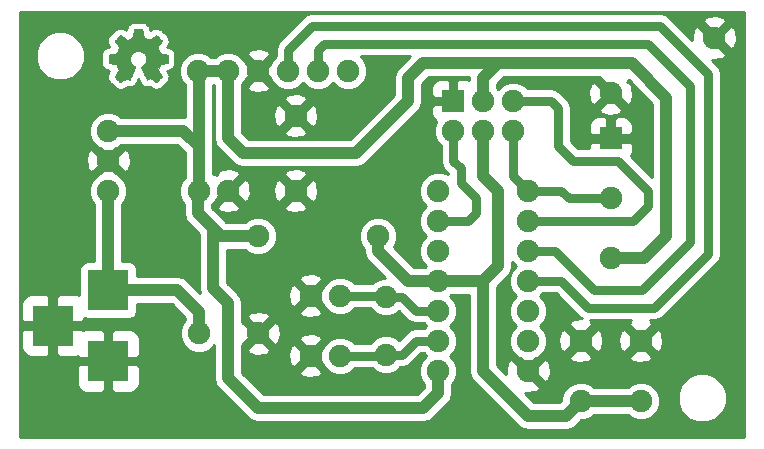
<source format=gbr>
G04 #@! TF.FileFunction,Copper,L1,Top,Signal*
%FSLAX46Y46*%
G04 Gerber Fmt 4.6, Leading zero omitted, Abs format (unit mm)*
G04 Created by KiCad (PCBNEW 4.0.1-3.201512221401+6198~38~ubuntu15.10.1-stable) date lun 28 dic 2015 17:17:20 CET*
%MOMM*%
G01*
G04 APERTURE LIST*
%ADD10C,0.100000*%
%ADD11C,0.002540*%
%ADD12C,1.900000*%
%ADD13R,1.900000X1.900000*%
%ADD14R,3.500120X3.500120*%
%ADD15C,0.762000*%
%ADD16C,1.016000*%
%ADD17C,0.254000*%
G04 APERTURE END LIST*
D10*
D11*
G36*
X72146160Y-73365360D02*
X72171560Y-73350120D01*
X72229980Y-73314560D01*
X72313800Y-73258680D01*
X72412860Y-73192640D01*
X72511920Y-73126600D01*
X72593200Y-73073260D01*
X72649080Y-73035160D01*
X72674480Y-73022460D01*
X72687180Y-73027540D01*
X72732900Y-73050400D01*
X72801480Y-73085960D01*
X72842120Y-73106280D01*
X72903080Y-73131680D01*
X72936100Y-73139300D01*
X72941180Y-73129140D01*
X72964040Y-73080880D01*
X72999600Y-72999600D01*
X73045320Y-72890380D01*
X73101200Y-72763380D01*
X73157080Y-72628760D01*
X73215500Y-72489060D01*
X73271380Y-72354440D01*
X73319640Y-72235060D01*
X73360280Y-72138540D01*
X73385680Y-72069960D01*
X73395840Y-72042020D01*
X73393300Y-72034400D01*
X73360280Y-72003920D01*
X73306940Y-71963280D01*
X73187560Y-71866760D01*
X73070720Y-71721980D01*
X72999600Y-71556880D01*
X72976740Y-71371460D01*
X72997060Y-71201280D01*
X73063100Y-71038720D01*
X73177400Y-70891400D01*
X73317100Y-70782180D01*
X73479660Y-70713600D01*
X73660000Y-70690740D01*
X73832720Y-70711060D01*
X74000360Y-70777100D01*
X74147680Y-70888860D01*
X74211180Y-70959980D01*
X74297540Y-71109840D01*
X74345800Y-71267320D01*
X74350880Y-71307960D01*
X74343260Y-71483220D01*
X74292460Y-71653400D01*
X74198480Y-71803260D01*
X74068940Y-71927720D01*
X74053700Y-71937880D01*
X73995280Y-71983600D01*
X73954640Y-72014080D01*
X73924160Y-72039480D01*
X74147680Y-72577960D01*
X74183240Y-72661780D01*
X74244200Y-72809100D01*
X74297540Y-72936100D01*
X74340720Y-73037700D01*
X74371200Y-73103740D01*
X74383900Y-73131680D01*
X74383900Y-73134220D01*
X74404220Y-73136760D01*
X74444860Y-73121520D01*
X74521060Y-73085960D01*
X74569320Y-73060560D01*
X74627740Y-73032620D01*
X74653140Y-73022460D01*
X74676000Y-73035160D01*
X74729340Y-73070720D01*
X74810620Y-73124060D01*
X74907140Y-73187560D01*
X74998580Y-73251060D01*
X75082400Y-73306940D01*
X75143360Y-73345040D01*
X75173840Y-73362820D01*
X75178920Y-73362820D01*
X75204320Y-73347580D01*
X75252580Y-73306940D01*
X75326240Y-73238360D01*
X75430380Y-73134220D01*
X75445620Y-73118980D01*
X75531980Y-73032620D01*
X75600560Y-72958960D01*
X75646280Y-72908160D01*
X75664060Y-72885300D01*
X75664060Y-72885300D01*
X75648820Y-72854820D01*
X75610720Y-72793860D01*
X75554840Y-72707500D01*
X75486260Y-72608440D01*
X75308460Y-72349360D01*
X75404980Y-72105520D01*
X75435460Y-72029320D01*
X75473560Y-71940420D01*
X75501500Y-71874380D01*
X75516740Y-71846440D01*
X75542140Y-71836280D01*
X75610720Y-71821040D01*
X75707240Y-71800720D01*
X75821540Y-71780400D01*
X75933300Y-71760080D01*
X76032360Y-71739760D01*
X76103480Y-71727060D01*
X76136500Y-71719440D01*
X76144120Y-71714360D01*
X76151740Y-71699120D01*
X76154280Y-71666100D01*
X76156820Y-71605140D01*
X76159360Y-71511160D01*
X76159360Y-71371460D01*
X76159360Y-71356220D01*
X76156820Y-71226680D01*
X76154280Y-71120000D01*
X76151740Y-71053960D01*
X76146660Y-71026020D01*
X76146660Y-71026020D01*
X76116180Y-71018400D01*
X76045060Y-71003160D01*
X75946000Y-70985380D01*
X75826620Y-70962520D01*
X75819000Y-70959980D01*
X75702160Y-70937120D01*
X75603100Y-70916800D01*
X75531980Y-70901560D01*
X75504040Y-70891400D01*
X75496420Y-70883780D01*
X75473560Y-70838060D01*
X75440540Y-70764400D01*
X75399900Y-70675500D01*
X75361800Y-70581520D01*
X75328780Y-70497700D01*
X75305920Y-70436740D01*
X75298300Y-70408800D01*
X75300840Y-70406260D01*
X75318620Y-70378320D01*
X75359260Y-70317360D01*
X75415140Y-70233540D01*
X75483720Y-70131940D01*
X75488800Y-70124320D01*
X75557380Y-70025260D01*
X75613260Y-69938900D01*
X75648820Y-69880480D01*
X75664060Y-69852540D01*
X75664060Y-69850000D01*
X75641200Y-69819520D01*
X75590400Y-69763640D01*
X75516740Y-69687440D01*
X75430380Y-69598540D01*
X75402440Y-69573140D01*
X75303380Y-69476620D01*
X75237340Y-69415660D01*
X75194160Y-69382640D01*
X75173840Y-69375020D01*
X75173840Y-69375020D01*
X75143360Y-69392800D01*
X75079860Y-69433440D01*
X74996040Y-69491860D01*
X74894440Y-69560440D01*
X74886820Y-69565520D01*
X74787760Y-69634100D01*
X74703940Y-69689980D01*
X74645520Y-69730620D01*
X74617580Y-69745860D01*
X74615040Y-69745860D01*
X74574400Y-69733160D01*
X74503280Y-69707760D01*
X74414380Y-69674740D01*
X74322940Y-69636640D01*
X74239120Y-69601080D01*
X74175620Y-69573140D01*
X74145140Y-69555360D01*
X74145140Y-69555360D01*
X74134980Y-69519800D01*
X74117200Y-69443600D01*
X74096880Y-69342000D01*
X74071480Y-69220080D01*
X74068940Y-69199760D01*
X74046080Y-69080380D01*
X74028300Y-68981320D01*
X74013060Y-68912740D01*
X74005440Y-68884800D01*
X73990200Y-68882260D01*
X73931780Y-68877180D01*
X73842880Y-68874640D01*
X73733660Y-68874640D01*
X73621900Y-68874640D01*
X73512680Y-68877180D01*
X73418700Y-68879720D01*
X73350120Y-68884800D01*
X73322180Y-68889880D01*
X73322180Y-68892420D01*
X73312020Y-68930520D01*
X73294240Y-69004180D01*
X73273920Y-69108320D01*
X73251060Y-69230240D01*
X73245980Y-69253100D01*
X73223120Y-69369940D01*
X73202800Y-69469000D01*
X73190100Y-69535040D01*
X73182480Y-69562980D01*
X73169780Y-69568060D01*
X73121520Y-69588380D01*
X73042780Y-69621400D01*
X72943720Y-69662040D01*
X72715120Y-69753480D01*
X72433180Y-69562980D01*
X72407780Y-69545200D01*
X72306180Y-69476620D01*
X72224900Y-69420740D01*
X72166480Y-69382640D01*
X72143620Y-69369940D01*
X72141080Y-69369940D01*
X72113140Y-69395340D01*
X72057260Y-69448680D01*
X71981060Y-69522340D01*
X71892160Y-69608700D01*
X71828660Y-69674740D01*
X71749920Y-69753480D01*
X71701660Y-69806820D01*
X71673720Y-69839840D01*
X71666100Y-69860160D01*
X71668640Y-69875400D01*
X71686420Y-69903340D01*
X71727060Y-69964300D01*
X71785480Y-70050660D01*
X71854060Y-70149720D01*
X71909940Y-70233540D01*
X71970900Y-70327520D01*
X72009000Y-70393560D01*
X72024240Y-70426580D01*
X72019160Y-70439280D01*
X72001380Y-70495160D01*
X71965820Y-70578980D01*
X71925180Y-70678040D01*
X71826120Y-70899020D01*
X71681340Y-70926960D01*
X71592440Y-70944740D01*
X71470520Y-70967600D01*
X71351140Y-70990460D01*
X71168260Y-71026020D01*
X71160640Y-71701660D01*
X71188580Y-71714360D01*
X71216520Y-71721980D01*
X71285100Y-71737220D01*
X71381620Y-71757540D01*
X71498460Y-71777860D01*
X71594980Y-71795640D01*
X71694040Y-71815960D01*
X71765160Y-71828660D01*
X71795640Y-71836280D01*
X71805800Y-71846440D01*
X71828660Y-71894700D01*
X71864220Y-71970900D01*
X71904860Y-72062340D01*
X71942960Y-72156320D01*
X71978520Y-72245220D01*
X72001380Y-72311260D01*
X72011540Y-72344280D01*
X71998840Y-72372220D01*
X71960740Y-72430640D01*
X71907400Y-72511920D01*
X71838820Y-72610980D01*
X71772780Y-72707500D01*
X71714360Y-72791320D01*
X71676260Y-72852280D01*
X71658480Y-72880220D01*
X71668640Y-72898000D01*
X71706740Y-72946260D01*
X71780400Y-73022460D01*
X71892160Y-73131680D01*
X71909940Y-73149460D01*
X71996300Y-73233280D01*
X72069960Y-73301860D01*
X72123300Y-73347580D01*
X72146160Y-73365360D01*
X72146160Y-73365360D01*
G37*
X72146160Y-73365360D02*
X72171560Y-73350120D01*
X72229980Y-73314560D01*
X72313800Y-73258680D01*
X72412860Y-73192640D01*
X72511920Y-73126600D01*
X72593200Y-73073260D01*
X72649080Y-73035160D01*
X72674480Y-73022460D01*
X72687180Y-73027540D01*
X72732900Y-73050400D01*
X72801480Y-73085960D01*
X72842120Y-73106280D01*
X72903080Y-73131680D01*
X72936100Y-73139300D01*
X72941180Y-73129140D01*
X72964040Y-73080880D01*
X72999600Y-72999600D01*
X73045320Y-72890380D01*
X73101200Y-72763380D01*
X73157080Y-72628760D01*
X73215500Y-72489060D01*
X73271380Y-72354440D01*
X73319640Y-72235060D01*
X73360280Y-72138540D01*
X73385680Y-72069960D01*
X73395840Y-72042020D01*
X73393300Y-72034400D01*
X73360280Y-72003920D01*
X73306940Y-71963280D01*
X73187560Y-71866760D01*
X73070720Y-71721980D01*
X72999600Y-71556880D01*
X72976740Y-71371460D01*
X72997060Y-71201280D01*
X73063100Y-71038720D01*
X73177400Y-70891400D01*
X73317100Y-70782180D01*
X73479660Y-70713600D01*
X73660000Y-70690740D01*
X73832720Y-70711060D01*
X74000360Y-70777100D01*
X74147680Y-70888860D01*
X74211180Y-70959980D01*
X74297540Y-71109840D01*
X74345800Y-71267320D01*
X74350880Y-71307960D01*
X74343260Y-71483220D01*
X74292460Y-71653400D01*
X74198480Y-71803260D01*
X74068940Y-71927720D01*
X74053700Y-71937880D01*
X73995280Y-71983600D01*
X73954640Y-72014080D01*
X73924160Y-72039480D01*
X74147680Y-72577960D01*
X74183240Y-72661780D01*
X74244200Y-72809100D01*
X74297540Y-72936100D01*
X74340720Y-73037700D01*
X74371200Y-73103740D01*
X74383900Y-73131680D01*
X74383900Y-73134220D01*
X74404220Y-73136760D01*
X74444860Y-73121520D01*
X74521060Y-73085960D01*
X74569320Y-73060560D01*
X74627740Y-73032620D01*
X74653140Y-73022460D01*
X74676000Y-73035160D01*
X74729340Y-73070720D01*
X74810620Y-73124060D01*
X74907140Y-73187560D01*
X74998580Y-73251060D01*
X75082400Y-73306940D01*
X75143360Y-73345040D01*
X75173840Y-73362820D01*
X75178920Y-73362820D01*
X75204320Y-73347580D01*
X75252580Y-73306940D01*
X75326240Y-73238360D01*
X75430380Y-73134220D01*
X75445620Y-73118980D01*
X75531980Y-73032620D01*
X75600560Y-72958960D01*
X75646280Y-72908160D01*
X75664060Y-72885300D01*
X75664060Y-72885300D01*
X75648820Y-72854820D01*
X75610720Y-72793860D01*
X75554840Y-72707500D01*
X75486260Y-72608440D01*
X75308460Y-72349360D01*
X75404980Y-72105520D01*
X75435460Y-72029320D01*
X75473560Y-71940420D01*
X75501500Y-71874380D01*
X75516740Y-71846440D01*
X75542140Y-71836280D01*
X75610720Y-71821040D01*
X75707240Y-71800720D01*
X75821540Y-71780400D01*
X75933300Y-71760080D01*
X76032360Y-71739760D01*
X76103480Y-71727060D01*
X76136500Y-71719440D01*
X76144120Y-71714360D01*
X76151740Y-71699120D01*
X76154280Y-71666100D01*
X76156820Y-71605140D01*
X76159360Y-71511160D01*
X76159360Y-71371460D01*
X76159360Y-71356220D01*
X76156820Y-71226680D01*
X76154280Y-71120000D01*
X76151740Y-71053960D01*
X76146660Y-71026020D01*
X76146660Y-71026020D01*
X76116180Y-71018400D01*
X76045060Y-71003160D01*
X75946000Y-70985380D01*
X75826620Y-70962520D01*
X75819000Y-70959980D01*
X75702160Y-70937120D01*
X75603100Y-70916800D01*
X75531980Y-70901560D01*
X75504040Y-70891400D01*
X75496420Y-70883780D01*
X75473560Y-70838060D01*
X75440540Y-70764400D01*
X75399900Y-70675500D01*
X75361800Y-70581520D01*
X75328780Y-70497700D01*
X75305920Y-70436740D01*
X75298300Y-70408800D01*
X75300840Y-70406260D01*
X75318620Y-70378320D01*
X75359260Y-70317360D01*
X75415140Y-70233540D01*
X75483720Y-70131940D01*
X75488800Y-70124320D01*
X75557380Y-70025260D01*
X75613260Y-69938900D01*
X75648820Y-69880480D01*
X75664060Y-69852540D01*
X75664060Y-69850000D01*
X75641200Y-69819520D01*
X75590400Y-69763640D01*
X75516740Y-69687440D01*
X75430380Y-69598540D01*
X75402440Y-69573140D01*
X75303380Y-69476620D01*
X75237340Y-69415660D01*
X75194160Y-69382640D01*
X75173840Y-69375020D01*
X75173840Y-69375020D01*
X75143360Y-69392800D01*
X75079860Y-69433440D01*
X74996040Y-69491860D01*
X74894440Y-69560440D01*
X74886820Y-69565520D01*
X74787760Y-69634100D01*
X74703940Y-69689980D01*
X74645520Y-69730620D01*
X74617580Y-69745860D01*
X74615040Y-69745860D01*
X74574400Y-69733160D01*
X74503280Y-69707760D01*
X74414380Y-69674740D01*
X74322940Y-69636640D01*
X74239120Y-69601080D01*
X74175620Y-69573140D01*
X74145140Y-69555360D01*
X74145140Y-69555360D01*
X74134980Y-69519800D01*
X74117200Y-69443600D01*
X74096880Y-69342000D01*
X74071480Y-69220080D01*
X74068940Y-69199760D01*
X74046080Y-69080380D01*
X74028300Y-68981320D01*
X74013060Y-68912740D01*
X74005440Y-68884800D01*
X73990200Y-68882260D01*
X73931780Y-68877180D01*
X73842880Y-68874640D01*
X73733660Y-68874640D01*
X73621900Y-68874640D01*
X73512680Y-68877180D01*
X73418700Y-68879720D01*
X73350120Y-68884800D01*
X73322180Y-68889880D01*
X73322180Y-68892420D01*
X73312020Y-68930520D01*
X73294240Y-69004180D01*
X73273920Y-69108320D01*
X73251060Y-69230240D01*
X73245980Y-69253100D01*
X73223120Y-69369940D01*
X73202800Y-69469000D01*
X73190100Y-69535040D01*
X73182480Y-69562980D01*
X73169780Y-69568060D01*
X73121520Y-69588380D01*
X73042780Y-69621400D01*
X72943720Y-69662040D01*
X72715120Y-69753480D01*
X72433180Y-69562980D01*
X72407780Y-69545200D01*
X72306180Y-69476620D01*
X72224900Y-69420740D01*
X72166480Y-69382640D01*
X72143620Y-69369940D01*
X72141080Y-69369940D01*
X72113140Y-69395340D01*
X72057260Y-69448680D01*
X71981060Y-69522340D01*
X71892160Y-69608700D01*
X71828660Y-69674740D01*
X71749920Y-69753480D01*
X71701660Y-69806820D01*
X71673720Y-69839840D01*
X71666100Y-69860160D01*
X71668640Y-69875400D01*
X71686420Y-69903340D01*
X71727060Y-69964300D01*
X71785480Y-70050660D01*
X71854060Y-70149720D01*
X71909940Y-70233540D01*
X71970900Y-70327520D01*
X72009000Y-70393560D01*
X72024240Y-70426580D01*
X72019160Y-70439280D01*
X72001380Y-70495160D01*
X71965820Y-70578980D01*
X71925180Y-70678040D01*
X71826120Y-70899020D01*
X71681340Y-70926960D01*
X71592440Y-70944740D01*
X71470520Y-70967600D01*
X71351140Y-70990460D01*
X71168260Y-71026020D01*
X71160640Y-71701660D01*
X71188580Y-71714360D01*
X71216520Y-71721980D01*
X71285100Y-71737220D01*
X71381620Y-71757540D01*
X71498460Y-71777860D01*
X71594980Y-71795640D01*
X71694040Y-71815960D01*
X71765160Y-71828660D01*
X71795640Y-71836280D01*
X71805800Y-71846440D01*
X71828660Y-71894700D01*
X71864220Y-71970900D01*
X71904860Y-72062340D01*
X71942960Y-72156320D01*
X71978520Y-72245220D01*
X72001380Y-72311260D01*
X72011540Y-72344280D01*
X71998840Y-72372220D01*
X71960740Y-72430640D01*
X71907400Y-72511920D01*
X71838820Y-72610980D01*
X71772780Y-72707500D01*
X71714360Y-72791320D01*
X71676260Y-72852280D01*
X71658480Y-72880220D01*
X71668640Y-72898000D01*
X71706740Y-72946260D01*
X71780400Y-73022460D01*
X71892160Y-73131680D01*
X71909940Y-73149460D01*
X71996300Y-73233280D01*
X72069960Y-73301860D01*
X72123300Y-73347580D01*
X72146160Y-73365360D01*
D12*
X71120000Y-82550000D03*
X71120000Y-80010000D03*
X71120000Y-77470000D03*
X105410000Y-77470000D03*
X105410000Y-74930000D03*
X102870000Y-77470000D03*
X102870000Y-74930000D03*
X100330000Y-77470000D03*
D13*
X100330000Y-74930000D03*
D12*
X88265000Y-91440000D03*
X90765000Y-91440000D03*
X88265000Y-96520000D03*
X90765000Y-96520000D03*
D14*
X71120000Y-90954860D03*
X71120000Y-96954340D03*
X66421000Y-93954600D03*
D12*
X93980000Y-86360000D03*
X83820000Y-86360000D03*
X116205000Y-100330000D03*
X111125000Y-100330000D03*
X116205000Y-95250000D03*
X111125000Y-95250000D03*
X99060000Y-97790000D03*
X99060000Y-95250000D03*
X99060000Y-92710000D03*
X99060000Y-90170000D03*
X99060000Y-87630000D03*
X99060000Y-85090000D03*
X99060000Y-82550000D03*
X106680000Y-82550000D03*
X106680000Y-85090000D03*
X106680000Y-87630000D03*
X106680000Y-90170000D03*
X106680000Y-92710000D03*
X106680000Y-95250000D03*
X106680000Y-97790000D03*
X94615000Y-96420940D03*
X94615000Y-91539060D03*
X86995000Y-76200000D03*
X86995000Y-82550000D03*
D13*
X113665000Y-78105000D03*
D12*
X113665000Y-83185000D03*
X113665000Y-88265000D03*
X83820000Y-94615000D03*
X78820000Y-94615000D03*
X81280000Y-82550000D03*
X78780000Y-82550000D03*
X91440000Y-72390000D03*
X88900000Y-72390000D03*
X86360000Y-72390000D03*
X83820000Y-72390000D03*
X81280000Y-72390000D03*
X78740000Y-72390000D03*
X122428000Y-69596000D03*
X113665000Y-74295000D03*
D15*
X90765000Y-91440000D02*
X94515940Y-91440000D01*
X94515940Y-91440000D02*
X94615000Y-91539060D01*
X94615000Y-91539060D02*
X95984060Y-91539060D01*
X97155000Y-92710000D02*
X99060000Y-92710000D01*
X95984060Y-91539060D02*
X97155000Y-92710000D01*
X90765000Y-96520000D02*
X94515940Y-96520000D01*
X94515940Y-96520000D02*
X94615000Y-96420940D01*
X94615000Y-96420940D02*
X95984060Y-96420940D01*
X97155000Y-95250000D02*
X99060000Y-95250000D01*
X95984060Y-96420940D02*
X97155000Y-95250000D01*
D16*
X113665000Y-88265000D02*
X116459000Y-88265000D01*
X115443000Y-71755000D02*
X104140000Y-71755000D01*
X118364000Y-74676000D02*
X115443000Y-71755000D01*
X118364000Y-86360000D02*
X118364000Y-74676000D01*
X116459000Y-88265000D02*
X118364000Y-86360000D01*
X71120000Y-77470000D02*
X77470000Y-77470000D01*
X78740000Y-78740000D02*
X78780000Y-78740000D01*
X78780000Y-78780000D02*
X78740000Y-78740000D01*
X77470000Y-77470000D02*
X78780000Y-78780000D01*
X83820000Y-86360000D02*
X80645000Y-86360000D01*
X80645000Y-86360000D02*
X80010000Y-85725000D01*
X80010000Y-85725000D02*
X80010000Y-90805000D01*
X99060000Y-99695000D02*
X99060000Y-97790000D01*
X97790000Y-100965000D02*
X99060000Y-99695000D01*
X83820000Y-100965000D02*
X97790000Y-100965000D01*
X81280000Y-98425000D02*
X83820000Y-100965000D01*
X81280000Y-92075000D02*
X81280000Y-98425000D01*
X80010000Y-90805000D02*
X81280000Y-92075000D01*
X81280000Y-72390000D02*
X81280000Y-78105000D01*
X97790000Y-71755000D02*
X104140000Y-71755000D01*
X96520000Y-73025000D02*
X97790000Y-71755000D01*
X96520000Y-74930000D02*
X96520000Y-73025000D01*
X92075000Y-79375000D02*
X96520000Y-74930000D01*
X82550000Y-79375000D02*
X92075000Y-79375000D01*
X81280000Y-78105000D02*
X82550000Y-79375000D01*
X78780000Y-82550000D02*
X78780000Y-78740000D01*
X78780000Y-78740000D02*
X78780000Y-72430000D01*
X78780000Y-72430000D02*
X78740000Y-72390000D01*
X78740000Y-72390000D02*
X81280000Y-72390000D01*
X102870000Y-74930000D02*
X102870000Y-73025000D01*
X102870000Y-73025000D02*
X104140000Y-71755000D01*
X78780000Y-82550000D02*
X78780000Y-81955000D01*
X78740000Y-82550000D02*
X78740000Y-84455000D01*
X78740000Y-84455000D02*
X80010000Y-85725000D01*
D15*
X115316000Y-90932000D02*
X116332000Y-90932000D01*
X108966000Y-87630000D02*
X112268000Y-90932000D01*
X112268000Y-90932000D02*
X115316000Y-90932000D01*
X106680000Y-87630000D02*
X108966000Y-87630000D01*
X88900000Y-70612000D02*
X88900000Y-72390000D01*
X89408000Y-70104000D02*
X88900000Y-70612000D01*
X116840000Y-70104000D02*
X89408000Y-70104000D01*
X120396000Y-73660000D02*
X116840000Y-70104000D01*
X120396000Y-86868000D02*
X120396000Y-73660000D01*
X116332000Y-90932000D02*
X120396000Y-86868000D01*
X86360000Y-72390000D02*
X86360000Y-70612000D01*
X109474000Y-90170000D02*
X111760000Y-92456000D01*
X111760000Y-92456000D02*
X117348000Y-92456000D01*
X109474000Y-90170000D02*
X106680000Y-90170000D01*
X121920000Y-87884000D02*
X117348000Y-92456000D01*
X121920000Y-72644000D02*
X121920000Y-87884000D01*
X117856000Y-68580000D02*
X121920000Y-72644000D01*
X88392000Y-68580000D02*
X117856000Y-68580000D01*
X86360000Y-70612000D02*
X88392000Y-68580000D01*
X106718917Y-90131083D02*
X106680000Y-90170000D01*
D16*
X93980000Y-86360000D02*
X93980000Y-87630000D01*
X96520000Y-90170000D02*
X99060000Y-90170000D01*
X93980000Y-87630000D02*
X96520000Y-90170000D01*
X116205000Y-100330000D02*
X111125000Y-100330000D01*
X111125000Y-100330000D02*
X109855000Y-101600000D01*
X109855000Y-101600000D02*
X106680000Y-101600000D01*
X106680000Y-101600000D02*
X102870000Y-97790000D01*
X102870000Y-97790000D02*
X102870000Y-90170000D01*
X102870000Y-77470000D02*
X102870000Y-81280000D01*
X102870000Y-90170000D02*
X100965000Y-90170000D01*
X104140000Y-88900000D02*
X102870000Y-90170000D01*
X104140000Y-82550000D02*
X104140000Y-88900000D01*
X102870000Y-81280000D02*
X104140000Y-82550000D01*
X99060000Y-90170000D02*
X100965000Y-90170000D01*
X71120000Y-82550000D02*
X71120000Y-90954860D01*
X71120000Y-90954860D02*
X76984860Y-90954860D01*
X78820000Y-92790000D02*
X78820000Y-94615000D01*
X76984860Y-90954860D02*
X78820000Y-92790000D01*
X71120000Y-90954860D02*
X71120000Y-89535000D01*
D15*
X99060000Y-85090000D02*
X101600000Y-85090000D01*
X100330000Y-80010000D02*
X100330000Y-77470000D01*
X100965000Y-80645000D02*
X100330000Y-80010000D01*
X100965000Y-81915000D02*
X100965000Y-80645000D01*
X102235000Y-83185000D02*
X100965000Y-81915000D01*
X102235000Y-84455000D02*
X102235000Y-83185000D01*
X101600000Y-85090000D02*
X102235000Y-84455000D01*
X113665000Y-83185000D02*
X110109000Y-83185000D01*
X109474000Y-82550000D02*
X106680000Y-82550000D01*
X110109000Y-83185000D02*
X109474000Y-82550000D01*
X105410000Y-77470000D02*
X105410000Y-81280000D01*
X105410000Y-81280000D02*
X106680000Y-82550000D01*
X105410000Y-74930000D02*
X108585000Y-74930000D01*
X115570000Y-85090000D02*
X106680000Y-85090000D01*
X116840000Y-83820000D02*
X115570000Y-85090000D01*
X116840000Y-82550000D02*
X116840000Y-83820000D01*
X114300000Y-80010000D02*
X116840000Y-82550000D01*
X110490000Y-80010000D02*
X114300000Y-80010000D01*
X109220000Y-78740000D02*
X110490000Y-80010000D01*
X109220000Y-75565000D02*
X109220000Y-78740000D01*
X108585000Y-74930000D02*
X109220000Y-75565000D01*
D17*
G36*
X124968000Y-103378000D02*
X63627000Y-103378000D01*
X63627000Y-97459090D01*
X68442940Y-97459090D01*
X68442940Y-98888792D01*
X68584067Y-99229504D01*
X68844837Y-99490273D01*
X69185548Y-99631400D01*
X70615250Y-99631400D01*
X70847000Y-99399650D01*
X70847000Y-97227340D01*
X71393000Y-97227340D01*
X71393000Y-99399650D01*
X71624750Y-99631400D01*
X73054452Y-99631400D01*
X73395163Y-99490273D01*
X73655933Y-99229504D01*
X73797060Y-98888792D01*
X73797060Y-97459090D01*
X73565310Y-97227340D01*
X71393000Y-97227340D01*
X70847000Y-97227340D01*
X68674690Y-97227340D01*
X68442940Y-97459090D01*
X63627000Y-97459090D01*
X63627000Y-94459350D01*
X63743940Y-94459350D01*
X63743940Y-95889052D01*
X63885067Y-96229764D01*
X64145837Y-96490533D01*
X64486548Y-96631660D01*
X65916250Y-96631660D01*
X66148000Y-96399910D01*
X66148000Y-94227600D01*
X66694000Y-94227600D01*
X66694000Y-96399910D01*
X66925750Y-96631660D01*
X68355452Y-96631660D01*
X68546058Y-96552708D01*
X68674690Y-96681340D01*
X70847000Y-96681340D01*
X70847000Y-94509030D01*
X71393000Y-94509030D01*
X71393000Y-96681340D01*
X73565310Y-96681340D01*
X73797060Y-96449590D01*
X73797060Y-95019888D01*
X73655933Y-94679176D01*
X73395163Y-94418407D01*
X73054452Y-94277280D01*
X71624750Y-94277280D01*
X71393000Y-94509030D01*
X70847000Y-94509030D01*
X70615250Y-94277280D01*
X69185548Y-94277280D01*
X68994942Y-94356232D01*
X68866310Y-94227600D01*
X66694000Y-94227600D01*
X66148000Y-94227600D01*
X63975690Y-94227600D01*
X63743940Y-94459350D01*
X63627000Y-94459350D01*
X63627000Y-92020148D01*
X63743940Y-92020148D01*
X63743940Y-93449850D01*
X63975690Y-93681600D01*
X66148000Y-93681600D01*
X66148000Y-91509290D01*
X66694000Y-91509290D01*
X66694000Y-93681600D01*
X68866310Y-93681600D01*
X69098060Y-93449850D01*
X69098060Y-93338525D01*
X69101389Y-93340800D01*
X69369940Y-93395183D01*
X72870060Y-93395183D01*
X73120941Y-93347976D01*
X73351360Y-93199706D01*
X73505940Y-92973471D01*
X73560323Y-92704920D01*
X73560323Y-92139860D01*
X76494016Y-92139860D01*
X77635000Y-93280843D01*
X77635000Y-93499013D01*
X77441501Y-93692175D01*
X77193283Y-94289950D01*
X77192718Y-94937211D01*
X77439892Y-95535418D01*
X77897175Y-95993499D01*
X78494950Y-96241717D01*
X79142211Y-96242282D01*
X79740418Y-95995108D01*
X80095000Y-95641144D01*
X80095000Y-98424995D01*
X80094999Y-98425000D01*
X80185203Y-98878480D01*
X80442078Y-99262922D01*
X82982076Y-101802919D01*
X82982078Y-101802922D01*
X83366520Y-102059797D01*
X83820000Y-102150000D01*
X97789995Y-102150000D01*
X97790000Y-102150001D01*
X98243480Y-102059797D01*
X98627922Y-101802922D01*
X99897919Y-100532924D01*
X99897922Y-100532922D01*
X100154797Y-100148480D01*
X100245000Y-99695000D01*
X100245000Y-98905987D01*
X100438499Y-98712825D01*
X100686717Y-98115050D01*
X100687282Y-97467789D01*
X100440108Y-96869582D01*
X100090927Y-96519792D01*
X100438499Y-96172825D01*
X100686717Y-95575050D01*
X100687282Y-94927789D01*
X100440108Y-94329582D01*
X100090927Y-93979792D01*
X100438499Y-93632825D01*
X100686717Y-93035050D01*
X100687282Y-92387789D01*
X100440108Y-91789582D01*
X100090927Y-91439792D01*
X100175866Y-91355000D01*
X101685000Y-91355000D01*
X101685000Y-97789995D01*
X101684999Y-97790000D01*
X101775203Y-98243480D01*
X102032078Y-98627922D01*
X105842076Y-102437919D01*
X105842078Y-102437922D01*
X106226520Y-102694797D01*
X106301758Y-102709763D01*
X106680000Y-102785001D01*
X106680005Y-102785000D01*
X109854995Y-102785000D01*
X109855000Y-102785001D01*
X110308480Y-102694797D01*
X110692922Y-102437922D01*
X111173800Y-101957043D01*
X111447211Y-101957282D01*
X112045418Y-101710108D01*
X112240866Y-101515000D01*
X115089013Y-101515000D01*
X115282175Y-101708499D01*
X115879950Y-101956717D01*
X116527211Y-101957282D01*
X117125418Y-101710108D01*
X117583499Y-101252825D01*
X117831717Y-100655050D01*
X117831863Y-100487328D01*
X119334640Y-100487328D01*
X119650178Y-101250989D01*
X120233938Y-101835768D01*
X120997047Y-102152639D01*
X121823328Y-102153360D01*
X122586989Y-101837822D01*
X123171768Y-101254062D01*
X123488639Y-100490953D01*
X123489360Y-99664672D01*
X123173822Y-98901011D01*
X122590062Y-98316232D01*
X121826953Y-97999361D01*
X121000672Y-97998640D01*
X120237011Y-98314178D01*
X119652232Y-98897938D01*
X119335361Y-99661047D01*
X119334640Y-100487328D01*
X117831863Y-100487328D01*
X117832282Y-100007789D01*
X117585108Y-99409582D01*
X117127825Y-98951501D01*
X116530050Y-98703283D01*
X115882789Y-98702718D01*
X115284582Y-98949892D01*
X115089134Y-99145000D01*
X112240987Y-99145000D01*
X112047825Y-98951501D01*
X111450050Y-98703283D01*
X110802789Y-98702718D01*
X110204582Y-98949892D01*
X109746501Y-99407175D01*
X109498283Y-100004950D01*
X109498042Y-100281114D01*
X109364156Y-100415000D01*
X107170843Y-100415000D01*
X106429528Y-99673685D01*
X106503264Y-99695595D01*
X107245957Y-99618174D01*
X107572522Y-99482906D01*
X107660560Y-99156640D01*
X106680000Y-98176080D01*
X106665858Y-98190223D01*
X106279778Y-97804143D01*
X106293920Y-97790000D01*
X107066080Y-97790000D01*
X108046640Y-98770560D01*
X108372906Y-98682522D01*
X108585595Y-97966736D01*
X108508174Y-97224043D01*
X108372906Y-96897478D01*
X108046640Y-96809440D01*
X107066080Y-97790000D01*
X106293920Y-97790000D01*
X105313360Y-96809440D01*
X104987094Y-96897478D01*
X104774405Y-97613264D01*
X104821571Y-98065728D01*
X104055000Y-97299156D01*
X104055000Y-90660844D01*
X104977919Y-89737924D01*
X104977922Y-89737922D01*
X105234797Y-89353480D01*
X105325000Y-88900000D01*
X105325000Y-88575570D01*
X105649073Y-88900208D01*
X105301501Y-89247175D01*
X105053283Y-89844950D01*
X105052718Y-90492211D01*
X105299892Y-91090418D01*
X105649073Y-91440208D01*
X105301501Y-91787175D01*
X105053283Y-92384950D01*
X105052718Y-93032211D01*
X105299892Y-93630418D01*
X105649073Y-93980208D01*
X105301501Y-94327175D01*
X105053283Y-94924950D01*
X105052718Y-95572211D01*
X105299892Y-96170418D01*
X105757175Y-96628499D01*
X106009250Y-96733170D01*
X106680000Y-97403920D01*
X107350582Y-96733338D01*
X107600418Y-96630108D01*
X107613909Y-96616640D01*
X110144440Y-96616640D01*
X110232478Y-96942906D01*
X110948264Y-97155595D01*
X111690957Y-97078174D01*
X112017522Y-96942906D01*
X112105560Y-96616640D01*
X115224440Y-96616640D01*
X115312478Y-96942906D01*
X116028264Y-97155595D01*
X116770957Y-97078174D01*
X117097522Y-96942906D01*
X117185560Y-96616640D01*
X116205000Y-95636080D01*
X115224440Y-96616640D01*
X112105560Y-96616640D01*
X111125000Y-95636080D01*
X110144440Y-96616640D01*
X107613909Y-96616640D01*
X108058499Y-96172825D01*
X108306717Y-95575050D01*
X108307155Y-95073264D01*
X109219405Y-95073264D01*
X109296826Y-95815957D01*
X109432094Y-96142522D01*
X109758360Y-96230560D01*
X110738920Y-95250000D01*
X111511080Y-95250000D01*
X112491640Y-96230560D01*
X112817906Y-96142522D01*
X113030595Y-95426736D01*
X112993748Y-95073264D01*
X114299405Y-95073264D01*
X114376826Y-95815957D01*
X114512094Y-96142522D01*
X114838360Y-96230560D01*
X115818920Y-95250000D01*
X116591080Y-95250000D01*
X117571640Y-96230560D01*
X117897906Y-96142522D01*
X118110595Y-95426736D01*
X118033174Y-94684043D01*
X117897906Y-94357478D01*
X117571640Y-94269440D01*
X116591080Y-95250000D01*
X115818920Y-95250000D01*
X114838360Y-94269440D01*
X114512094Y-94357478D01*
X114299405Y-95073264D01*
X112993748Y-95073264D01*
X112953174Y-94684043D01*
X112817906Y-94357478D01*
X112491640Y-94269440D01*
X111511080Y-95250000D01*
X110738920Y-95250000D01*
X109758360Y-94269440D01*
X109432094Y-94357478D01*
X109219405Y-95073264D01*
X108307155Y-95073264D01*
X108307282Y-94927789D01*
X108060108Y-94329582D01*
X107710927Y-93979792D01*
X108058499Y-93632825D01*
X108306717Y-93035050D01*
X108307282Y-92387789D01*
X108060108Y-91789582D01*
X107710927Y-91439792D01*
X107923088Y-91228000D01*
X109035762Y-91228000D01*
X111011881Y-93204119D01*
X111232616Y-93351610D01*
X110559043Y-93421826D01*
X110232478Y-93557094D01*
X110144440Y-93883360D01*
X111125000Y-94863920D01*
X112105560Y-93883360D01*
X112017522Y-93557094D01*
X111872493Y-93514000D01*
X115416516Y-93514000D01*
X115312478Y-93557094D01*
X115224440Y-93883360D01*
X116205000Y-94863920D01*
X117185560Y-93883360D01*
X117097522Y-93557094D01*
X116952493Y-93514000D01*
X117348000Y-93514000D01*
X117752879Y-93433465D01*
X118096119Y-93204119D01*
X122668119Y-88632119D01*
X122897465Y-88288880D01*
X122978000Y-87884000D01*
X122978000Y-72644000D01*
X122897465Y-72239121D01*
X122668119Y-71895881D01*
X122271702Y-71499464D01*
X122993957Y-71424174D01*
X123320522Y-71288906D01*
X123408560Y-70962640D01*
X122428000Y-69982080D01*
X122413858Y-69996223D01*
X122027778Y-69610143D01*
X122041920Y-69596000D01*
X122814080Y-69596000D01*
X123794640Y-70576560D01*
X124120906Y-70488522D01*
X124333595Y-69772736D01*
X124256174Y-69030043D01*
X124120906Y-68703478D01*
X123794640Y-68615440D01*
X122814080Y-69596000D01*
X122041920Y-69596000D01*
X121061360Y-68615440D01*
X120735094Y-68703478D01*
X120522405Y-69419264D01*
X120560914Y-69788676D01*
X119001598Y-68229360D01*
X121447440Y-68229360D01*
X122428000Y-69209920D01*
X123408560Y-68229360D01*
X123320522Y-67903094D01*
X122604736Y-67690405D01*
X121862043Y-67767826D01*
X121535478Y-67903094D01*
X121447440Y-68229360D01*
X119001598Y-68229360D01*
X118604119Y-67831881D01*
X118260879Y-67602535D01*
X117856000Y-67522000D01*
X88392000Y-67522000D01*
X87987121Y-67602535D01*
X87643881Y-67831881D01*
X85611881Y-69863881D01*
X85382535Y-70207121D01*
X85302000Y-70612000D01*
X85302000Y-71147234D01*
X84981501Y-71467175D01*
X84876830Y-71719250D01*
X84206080Y-72390000D01*
X84876662Y-73060582D01*
X84979892Y-73310418D01*
X85437175Y-73768499D01*
X86034950Y-74016717D01*
X86682211Y-74017282D01*
X87280418Y-73770108D01*
X87630208Y-73420927D01*
X87977175Y-73768499D01*
X88574950Y-74016717D01*
X89222211Y-74017282D01*
X89820418Y-73770108D01*
X90170208Y-73420927D01*
X90517175Y-73768499D01*
X91114950Y-74016717D01*
X91762211Y-74017282D01*
X92360418Y-73770108D01*
X92818499Y-73312825D01*
X93066717Y-72715050D01*
X93067282Y-72067789D01*
X92820108Y-71469582D01*
X92513062Y-71162000D01*
X96707157Y-71162000D01*
X95682078Y-72187078D01*
X95425203Y-72571520D01*
X95334999Y-73025000D01*
X95335000Y-73025005D01*
X95335000Y-74439157D01*
X91584156Y-78190000D01*
X83040843Y-78190000D01*
X82465000Y-77614156D01*
X82465000Y-77566640D01*
X86014440Y-77566640D01*
X86102478Y-77892906D01*
X86818264Y-78105595D01*
X87560957Y-78028174D01*
X87887522Y-77892906D01*
X87975560Y-77566640D01*
X86995000Y-76586080D01*
X86014440Y-77566640D01*
X82465000Y-77566640D01*
X82465000Y-76023264D01*
X85089405Y-76023264D01*
X85166826Y-76765957D01*
X85302094Y-77092522D01*
X85628360Y-77180560D01*
X86608920Y-76200000D01*
X87381080Y-76200000D01*
X88361640Y-77180560D01*
X88687906Y-77092522D01*
X88900595Y-76376736D01*
X88823174Y-75634043D01*
X88687906Y-75307478D01*
X88361640Y-75219440D01*
X87381080Y-76200000D01*
X86608920Y-76200000D01*
X85628360Y-75219440D01*
X85302094Y-75307478D01*
X85089405Y-76023264D01*
X82465000Y-76023264D01*
X82465000Y-74833360D01*
X86014440Y-74833360D01*
X86995000Y-75813920D01*
X87975560Y-74833360D01*
X87887522Y-74507094D01*
X87171736Y-74294405D01*
X86429043Y-74371826D01*
X86102478Y-74507094D01*
X86014440Y-74833360D01*
X82465000Y-74833360D01*
X82465000Y-73756640D01*
X82839440Y-73756640D01*
X82927478Y-74082906D01*
X83643264Y-74295595D01*
X84385957Y-74218174D01*
X84712522Y-74082906D01*
X84800560Y-73756640D01*
X83820000Y-72776080D01*
X82839440Y-73756640D01*
X82465000Y-73756640D01*
X82465000Y-73505987D01*
X82658499Y-73312825D01*
X82763170Y-73060750D01*
X83433920Y-72390000D01*
X82763338Y-71719418D01*
X82660108Y-71469582D01*
X82214664Y-71023360D01*
X82839440Y-71023360D01*
X83820000Y-72003920D01*
X84800560Y-71023360D01*
X84712522Y-70697094D01*
X83996736Y-70484405D01*
X83254043Y-70561826D01*
X82927478Y-70697094D01*
X82839440Y-71023360D01*
X82214664Y-71023360D01*
X82202825Y-71011501D01*
X81605050Y-70763283D01*
X80957789Y-70762718D01*
X80359582Y-71009892D01*
X80164134Y-71205000D01*
X79855987Y-71205000D01*
X79662825Y-71011501D01*
X79065050Y-70763283D01*
X78417789Y-70762718D01*
X77819582Y-71009892D01*
X77361501Y-71467175D01*
X77113283Y-72064950D01*
X77112718Y-72712211D01*
X77359892Y-73310418D01*
X77595000Y-73545936D01*
X77595000Y-76309863D01*
X77470000Y-76284999D01*
X77469995Y-76285000D01*
X72235987Y-76285000D01*
X72042825Y-76091501D01*
X71445050Y-75843283D01*
X70797789Y-75842718D01*
X70199582Y-76089892D01*
X69741501Y-76547175D01*
X69493283Y-77144950D01*
X69492718Y-77792211D01*
X69739892Y-78390418D01*
X70197175Y-78848499D01*
X70449250Y-78953170D01*
X71120000Y-79623920D01*
X71790582Y-78953338D01*
X72040418Y-78850108D01*
X72235866Y-78655000D01*
X76979156Y-78655000D01*
X77595000Y-79270843D01*
X77595000Y-81434013D01*
X77401501Y-81627175D01*
X77153283Y-82224950D01*
X77152718Y-82872211D01*
X77399892Y-83470418D01*
X77555000Y-83625797D01*
X77555000Y-84454995D01*
X77554999Y-84455000D01*
X77645203Y-84908480D01*
X77902078Y-85292922D01*
X78825000Y-86215843D01*
X78825000Y-90804995D01*
X78824999Y-90805000D01*
X78903006Y-91197163D01*
X77822782Y-90116938D01*
X77438340Y-89860063D01*
X76984860Y-89769859D01*
X76984855Y-89769860D01*
X73560323Y-89769860D01*
X73560323Y-89204800D01*
X73513116Y-88953919D01*
X73364846Y-88723500D01*
X73138611Y-88568920D01*
X72870060Y-88514537D01*
X72305000Y-88514537D01*
X72305000Y-83665987D01*
X72498499Y-83472825D01*
X72746717Y-82875050D01*
X72747282Y-82227789D01*
X72500108Y-81629582D01*
X72042825Y-81171501D01*
X71790750Y-81066830D01*
X71120000Y-80396080D01*
X70449418Y-81066662D01*
X70199582Y-81169892D01*
X69741501Y-81627175D01*
X69493283Y-82224950D01*
X69492718Y-82872211D01*
X69739892Y-83470418D01*
X69935000Y-83665866D01*
X69935000Y-88514537D01*
X69369940Y-88514537D01*
X69119059Y-88561744D01*
X68888640Y-88710014D01*
X68734060Y-88936249D01*
X68679677Y-89204800D01*
X68679677Y-91411838D01*
X68355452Y-91277540D01*
X66925750Y-91277540D01*
X66694000Y-91509290D01*
X66148000Y-91509290D01*
X65916250Y-91277540D01*
X64486548Y-91277540D01*
X64145837Y-91418667D01*
X63885067Y-91679436D01*
X63743940Y-92020148D01*
X63627000Y-92020148D01*
X63627000Y-79833264D01*
X69214405Y-79833264D01*
X69291826Y-80575957D01*
X69427094Y-80902522D01*
X69753360Y-80990560D01*
X70733920Y-80010000D01*
X71506080Y-80010000D01*
X72486640Y-80990560D01*
X72812906Y-80902522D01*
X73025595Y-80186736D01*
X72948174Y-79444043D01*
X72812906Y-79117478D01*
X72486640Y-79029440D01*
X71506080Y-80010000D01*
X70733920Y-80010000D01*
X69753360Y-79029440D01*
X69427094Y-79117478D01*
X69214405Y-79833264D01*
X63627000Y-79833264D01*
X63627000Y-71531328D01*
X64978640Y-71531328D01*
X65294178Y-72294989D01*
X65877938Y-72879768D01*
X66641047Y-73196639D01*
X67467328Y-73197360D01*
X68230989Y-72881822D01*
X68815768Y-72298062D01*
X69066498Y-71694236D01*
X70502412Y-71694236D01*
X70524698Y-71813277D01*
X70544283Y-71932794D01*
X70548280Y-71939240D01*
X70549676Y-71946694D01*
X70615814Y-72048134D01*
X70679651Y-72151070D01*
X70685811Y-72155496D01*
X70689953Y-72161848D01*
X70769369Y-72216217D01*
X70785529Y-72234811D01*
X70820469Y-72252236D01*
X70888246Y-72300927D01*
X70916186Y-72313627D01*
X70967872Y-72325744D01*
X71015378Y-72349435D01*
X71043317Y-72357055D01*
X71059174Y-72358165D01*
X71073721Y-72364575D01*
X71142301Y-72379815D01*
X71146046Y-72379899D01*
X71149489Y-72381370D01*
X71191535Y-72390222D01*
X71174316Y-72414926D01*
X71167611Y-72430255D01*
X71156148Y-72442438D01*
X71119468Y-72501126D01*
X71103123Y-72526811D01*
X71067421Y-72618755D01*
X71023405Y-72707018D01*
X71021262Y-72737631D01*
X71010153Y-72766239D01*
X71012355Y-72864848D01*
X71005466Y-72963235D01*
X71015201Y-72992338D01*
X71015886Y-73023019D01*
X71034217Y-73064623D01*
X71035210Y-73077125D01*
X71059443Y-73124602D01*
X71086942Y-73206813D01*
X71097102Y-73224593D01*
X71112516Y-73242328D01*
X71119447Y-73258059D01*
X71135297Y-73273217D01*
X71151975Y-73305893D01*
X71190075Y-73354153D01*
X71215419Y-73375768D01*
X71233452Y-73403772D01*
X71307111Y-73479972D01*
X71314935Y-73485393D01*
X71320313Y-73493246D01*
X71429347Y-73599801D01*
X71444473Y-73614927D01*
X71448630Y-73617705D01*
X71451471Y-73621822D01*
X71537831Y-73705642D01*
X71543674Y-73709421D01*
X71547743Y-73715064D01*
X71621403Y-73783644D01*
X71633083Y-73790859D01*
X71641564Y-73801656D01*
X71694904Y-73847376D01*
X71708758Y-73855167D01*
X71719161Y-73867187D01*
X71742021Y-73884967D01*
X71749015Y-73888473D01*
X71754271Y-73894267D01*
X71863557Y-73945894D01*
X71971629Y-74000071D01*
X71979433Y-74000634D01*
X71986506Y-74003975D01*
X72107251Y-74009852D01*
X72227808Y-74018546D01*
X72235230Y-74016081D01*
X72243047Y-74016461D01*
X72356878Y-73975673D01*
X72471556Y-73937580D01*
X72477470Y-73932462D01*
X72484837Y-73929822D01*
X72510237Y-73914582D01*
X72511820Y-73913146D01*
X72513825Y-73912413D01*
X72572246Y-73876853D01*
X72582390Y-73867532D01*
X72595122Y-73862274D01*
X72678942Y-73806394D01*
X72739445Y-73766059D01*
X72755062Y-73773092D01*
X72788082Y-73780713D01*
X72839664Y-73782284D01*
X72889436Y-73795914D01*
X72966833Y-73786157D01*
X73044807Y-73788532D01*
X73093062Y-73770244D01*
X73144263Y-73763790D01*
X73212035Y-73725157D01*
X73284982Y-73697512D01*
X73322567Y-73662149D01*
X73367399Y-73636593D01*
X73382086Y-73617669D01*
X73382960Y-73617146D01*
X73393324Y-73603189D01*
X73415227Y-73574967D01*
X73472044Y-73521509D01*
X73493235Y-73474455D01*
X73524875Y-73433687D01*
X73529954Y-73423527D01*
X73531835Y-73416658D01*
X73536084Y-73410936D01*
X73558943Y-73362677D01*
X73561385Y-73352953D01*
X73567119Y-73344727D01*
X73602679Y-73263447D01*
X73603826Y-73258220D01*
X73606815Y-73253783D01*
X73650240Y-73150046D01*
X73662102Y-73123087D01*
X73690627Y-73191004D01*
X73691424Y-73192184D01*
X73691714Y-73193576D01*
X73734894Y-73295176D01*
X73740649Y-73303620D01*
X73743038Y-73313553D01*
X73772707Y-73377837D01*
X73775164Y-73383241D01*
X73775738Y-73386129D01*
X73778047Y-73389584D01*
X73784633Y-73404074D01*
X73825474Y-73460922D01*
X73864293Y-73538359D01*
X73895503Y-73565370D01*
X73918433Y-73599687D01*
X73931377Y-73608336D01*
X73934490Y-73612669D01*
X73981419Y-73641773D01*
X73991790Y-73648703D01*
X74058503Y-73706440D01*
X74097672Y-73719451D01*
X74131991Y-73742382D01*
X74149152Y-73745795D01*
X74152766Y-73748037D01*
X74196209Y-73755156D01*
X74218522Y-73759594D01*
X74302252Y-73787407D01*
X74322572Y-73789947D01*
X74352590Y-73787782D01*
X74381890Y-73794651D01*
X74479794Y-73778608D01*
X74578750Y-73771471D01*
X74587556Y-73767056D01*
X74623105Y-73791743D01*
X74628937Y-73794282D01*
X74633438Y-73798774D01*
X74717257Y-73854654D01*
X74726353Y-73858410D01*
X74733518Y-73865152D01*
X74794478Y-73903252D01*
X74804028Y-73906871D01*
X74811677Y-73913640D01*
X74842157Y-73931420D01*
X74884604Y-73946041D01*
X74921931Y-73970982D01*
X74978709Y-73982276D01*
X75019266Y-74001435D01*
X75049727Y-74002918D01*
X75084999Y-74015067D01*
X75129808Y-74012331D01*
X75173840Y-74021090D01*
X75178920Y-74021090D01*
X75226922Y-74011542D01*
X75275807Y-74013921D01*
X75311137Y-74001261D01*
X75341365Y-73999416D01*
X75378217Y-73981447D01*
X75430829Y-73970982D01*
X75471522Y-73943792D01*
X75517597Y-73927282D01*
X75542997Y-73912042D01*
X75569071Y-73888389D01*
X75572228Y-73886849D01*
X75578173Y-73880131D01*
X75582097Y-73876571D01*
X75628335Y-73851098D01*
X75676595Y-73810458D01*
X75686984Y-73797466D01*
X75701137Y-73788724D01*
X75774797Y-73720144D01*
X75781780Y-73710460D01*
X75791707Y-73703827D01*
X75911087Y-73584447D01*
X75997447Y-73498088D01*
X76004081Y-73488159D01*
X76013764Y-73481177D01*
X76082344Y-73407517D01*
X76085317Y-73402704D01*
X76089848Y-73399319D01*
X76135568Y-73348520D01*
X76147796Y-73327956D01*
X76157134Y-73319874D01*
X76161353Y-73316600D01*
X76161777Y-73315856D01*
X76165887Y-73312299D01*
X76183667Y-73289439D01*
X76233490Y-73190053D01*
X76288550Y-73093463D01*
X76290780Y-73075771D01*
X76298771Y-73059831D01*
X76306767Y-72948952D01*
X76320674Y-72838636D01*
X76315964Y-72821435D01*
X76317246Y-72803652D01*
X76282205Y-72698160D01*
X76252835Y-72590913D01*
X76237595Y-72560433D01*
X76218226Y-72535477D01*
X76207032Y-72505938D01*
X76168932Y-72444978D01*
X76165326Y-72441146D01*
X76163384Y-72436254D01*
X76134026Y-72390882D01*
X76156381Y-72386296D01*
X76219198Y-72375079D01*
X76234778Y-72368981D01*
X76251498Y-72368472D01*
X76284518Y-72360852D01*
X76326022Y-72342160D01*
X76352283Y-72338850D01*
X76416036Y-72302508D01*
X76501642Y-72267154D01*
X76509262Y-72262074D01*
X76513710Y-72257635D01*
X76518709Y-72255384D01*
X76541850Y-72230789D01*
X76575419Y-72211653D01*
X76629099Y-72142486D01*
X76691068Y-72080647D01*
X76707166Y-72041899D01*
X76732895Y-72008747D01*
X76740515Y-71993507D01*
X76766132Y-71899962D01*
X76789607Y-71843457D01*
X76789636Y-71815417D01*
X76808071Y-71749607D01*
X76810611Y-71716587D01*
X76809209Y-71704921D01*
X76811979Y-71693504D01*
X76814519Y-71632544D01*
X76813764Y-71627705D01*
X76814850Y-71622925D01*
X76817390Y-71528945D01*
X76815866Y-71520030D01*
X76817630Y-71511160D01*
X76817630Y-71356220D01*
X76816349Y-71349778D01*
X76817503Y-71343315D01*
X76814963Y-71213775D01*
X76814661Y-71212399D01*
X76814903Y-71211011D01*
X76812363Y-71104331D01*
X76811292Y-71099547D01*
X76812064Y-71094701D01*
X76809524Y-71028661D01*
X76798619Y-70983072D01*
X76799392Y-70936205D01*
X76794312Y-70908265D01*
X76759865Y-70821061D01*
X76749771Y-70778864D01*
X76738199Y-70762909D01*
X76711122Y-70687343D01*
X76703898Y-70679380D01*
X76699949Y-70669383D01*
X76617875Y-70584556D01*
X76538549Y-70497113D01*
X76528828Y-70492521D01*
X76521354Y-70484796D01*
X76413068Y-70437835D01*
X76306314Y-70387404D01*
X76275834Y-70379784D01*
X76264513Y-70379233D01*
X76254107Y-70374742D01*
X76182987Y-70359502D01*
X76171783Y-70359337D01*
X76161353Y-70355244D01*
X76131396Y-70349867D01*
X76165924Y-70296506D01*
X76169323Y-70287945D01*
X76175553Y-70281165D01*
X76211113Y-70222745D01*
X76216554Y-70207860D01*
X76226712Y-70195694D01*
X76241952Y-70167754D01*
X76252529Y-70133922D01*
X76272222Y-70104449D01*
X76289488Y-70017649D01*
X76315714Y-69943093D01*
X76315190Y-69933485D01*
X76318590Y-69922610D01*
X76315415Y-69887306D01*
X76322330Y-69852540D01*
X76322330Y-69850000D01*
X76306227Y-69769046D01*
X76301735Y-69686630D01*
X76296356Y-69675413D01*
X76295581Y-69666799D01*
X76279952Y-69636955D01*
X76272222Y-69598091D01*
X76226366Y-69529463D01*
X76190676Y-69455038D01*
X76167816Y-69424558D01*
X76144454Y-69403611D01*
X76128281Y-69376720D01*
X76077480Y-69320840D01*
X76069238Y-69314746D01*
X76063688Y-69306128D01*
X75990028Y-69229928D01*
X75989353Y-69229460D01*
X75988904Y-69228767D01*
X75902543Y-69139867D01*
X75885492Y-69128113D01*
X75873180Y-69111460D01*
X75853677Y-69093730D01*
X75762763Y-69005148D01*
X75755187Y-69000227D01*
X75749871Y-68992921D01*
X75683831Y-68931961D01*
X75657555Y-68915885D01*
X75637206Y-68892758D01*
X75594026Y-68859738D01*
X75507355Y-68817175D01*
X75425294Y-68766283D01*
X75404974Y-68758663D01*
X75379813Y-68754540D01*
X75363482Y-68746520D01*
X75357138Y-68746115D01*
X75341365Y-68738424D01*
X75245897Y-68732596D01*
X75151510Y-68717129D01*
X75118668Y-68724828D01*
X75084999Y-68722773D01*
X74994569Y-68753922D01*
X74901446Y-68775753D01*
X74874050Y-68795434D01*
X74842157Y-68806420D01*
X74811677Y-68824200D01*
X74801354Y-68833335D01*
X74788517Y-68838358D01*
X74725017Y-68878998D01*
X74715528Y-68888120D01*
X74703466Y-68893396D01*
X74683772Y-68907122D01*
X74676216Y-68865027D01*
X74671201Y-68852248D01*
X74670895Y-68838521D01*
X74655655Y-68769941D01*
X74649245Y-68755394D01*
X74648135Y-68739537D01*
X74640515Y-68711598D01*
X74588779Y-68607855D01*
X74541096Y-68502188D01*
X74531666Y-68493328D01*
X74525891Y-68481749D01*
X74438400Y-68405708D01*
X74353903Y-68326326D01*
X74341798Y-68321749D01*
X74332033Y-68313262D01*
X74298729Y-68302122D01*
X74293846Y-68298207D01*
X74241512Y-68282983D01*
X74222113Y-68276494D01*
X74113659Y-68235486D01*
X74098419Y-68232946D01*
X74092477Y-68233131D01*
X74088455Y-68231786D01*
X74069966Y-68233080D01*
X74047225Y-68226465D01*
X73988806Y-68221385D01*
X73969506Y-68223509D01*
X73950580Y-68219179D01*
X73861680Y-68216639D01*
X73852257Y-68218235D01*
X73842880Y-68216370D01*
X73621900Y-68216370D01*
X73614264Y-68217889D01*
X73606596Y-68216548D01*
X73497376Y-68219088D01*
X73496143Y-68219363D01*
X73494895Y-68219150D01*
X73400915Y-68221690D01*
X73385628Y-68225163D01*
X73370073Y-68223249D01*
X73301492Y-68228329D01*
X73267566Y-68237729D01*
X73232365Y-68237148D01*
X73204425Y-68242228D01*
X73139129Y-68268021D01*
X73070271Y-68281718D01*
X73026080Y-68311246D01*
X72992363Y-68322736D01*
X72985627Y-68328657D01*
X72965543Y-68336591D01*
X72915088Y-68385408D01*
X72856713Y-68424413D01*
X72828256Y-68467001D01*
X72799460Y-68492316D01*
X72794803Y-68501789D01*
X72780956Y-68515186D01*
X72753023Y-68579596D01*
X72714018Y-68637971D01*
X72704621Y-68685211D01*
X72686136Y-68722809D01*
X72675977Y-68760908D01*
X72675466Y-68768844D01*
X72672127Y-68776064D01*
X72654347Y-68849723D01*
X72653750Y-68864464D01*
X72648154Y-68878114D01*
X72642170Y-68908782D01*
X72597829Y-68878298D01*
X72590329Y-68875074D01*
X72584492Y-68869366D01*
X72526072Y-68831266D01*
X72504163Y-68822476D01*
X72486164Y-68807209D01*
X72463304Y-68794508D01*
X72437597Y-68786252D01*
X72421631Y-68774448D01*
X72410253Y-68771616D01*
X72395529Y-68761778D01*
X72310941Y-68744952D01*
X72287698Y-68735627D01*
X72280219Y-68735710D01*
X72218761Y-68715973D01*
X72194645Y-68717954D01*
X72172391Y-68712415D01*
X72158119Y-68714554D01*
X72143620Y-68711670D01*
X72141080Y-68711670D01*
X72049596Y-68729867D01*
X71962779Y-68736998D01*
X71944006Y-68746644D01*
X71918384Y-68750484D01*
X71904762Y-68758677D01*
X71889171Y-68761778D01*
X71804676Y-68818236D01*
X71734329Y-68854382D01*
X71722560Y-68868258D01*
X71698280Y-68882860D01*
X71670340Y-68908260D01*
X71665498Y-68914809D01*
X71658620Y-68919177D01*
X71602741Y-68972517D01*
X71601526Y-68974247D01*
X71599748Y-68975392D01*
X71523548Y-69049052D01*
X71523080Y-69049727D01*
X71522387Y-69050176D01*
X71433487Y-69136537D01*
X71427015Y-69145925D01*
X71417657Y-69152447D01*
X71358607Y-69213859D01*
X71284453Y-69288013D01*
X71275183Y-69301886D01*
X71261789Y-69311838D01*
X71213529Y-69365178D01*
X71207831Y-69374703D01*
X71199146Y-69381615D01*
X71171206Y-69414636D01*
X71142766Y-69465972D01*
X71130444Y-69477548D01*
X71108379Y-69526444D01*
X71057363Y-69608706D01*
X71049743Y-69629026D01*
X71048613Y-69635924D01*
X71046739Y-69639306D01*
X71043749Y-69665606D01*
X71042704Y-69671982D01*
X71024799Y-69711660D01*
X71022116Y-69797623D01*
X71008209Y-69882490D01*
X71018144Y-69924869D01*
X71016786Y-69968379D01*
X71019326Y-69983619D01*
X71020379Y-69986405D01*
X71020313Y-69989381D01*
X71053007Y-70073579D01*
X71066833Y-70132554D01*
X71085427Y-70158436D01*
X71110166Y-70223863D01*
X71112205Y-70226034D01*
X71113283Y-70228809D01*
X71131063Y-70256749D01*
X71135987Y-70261898D01*
X71138706Y-70268482D01*
X71179346Y-70329443D01*
X71180947Y-70331048D01*
X71181826Y-70333135D01*
X71193572Y-70350499D01*
X71042616Y-70379852D01*
X70984715Y-70403544D01*
X70923226Y-70415056D01*
X70867011Y-70451707D01*
X70804903Y-70477121D01*
X70760479Y-70521165D01*
X70708072Y-70555333D01*
X70670162Y-70610708D01*
X70622507Y-70657954D01*
X70598318Y-70715647D01*
X70562978Y-70767268D01*
X70549145Y-70832933D01*
X70523197Y-70894822D01*
X70522928Y-70957381D01*
X70510032Y-71018596D01*
X70502412Y-71694236D01*
X69066498Y-71694236D01*
X69132639Y-71534953D01*
X69133360Y-70708672D01*
X68817822Y-69945011D01*
X68234062Y-69360232D01*
X67470953Y-69043361D01*
X66644672Y-69042640D01*
X65881011Y-69358178D01*
X65296232Y-69941938D01*
X64979361Y-70705047D01*
X64978640Y-71531328D01*
X63627000Y-71531328D01*
X63627000Y-67437000D01*
X124968000Y-67437000D01*
X124968000Y-103378000D01*
X124968000Y-103378000D01*
G37*
X124968000Y-103378000D02*
X63627000Y-103378000D01*
X63627000Y-97459090D01*
X68442940Y-97459090D01*
X68442940Y-98888792D01*
X68584067Y-99229504D01*
X68844837Y-99490273D01*
X69185548Y-99631400D01*
X70615250Y-99631400D01*
X70847000Y-99399650D01*
X70847000Y-97227340D01*
X71393000Y-97227340D01*
X71393000Y-99399650D01*
X71624750Y-99631400D01*
X73054452Y-99631400D01*
X73395163Y-99490273D01*
X73655933Y-99229504D01*
X73797060Y-98888792D01*
X73797060Y-97459090D01*
X73565310Y-97227340D01*
X71393000Y-97227340D01*
X70847000Y-97227340D01*
X68674690Y-97227340D01*
X68442940Y-97459090D01*
X63627000Y-97459090D01*
X63627000Y-94459350D01*
X63743940Y-94459350D01*
X63743940Y-95889052D01*
X63885067Y-96229764D01*
X64145837Y-96490533D01*
X64486548Y-96631660D01*
X65916250Y-96631660D01*
X66148000Y-96399910D01*
X66148000Y-94227600D01*
X66694000Y-94227600D01*
X66694000Y-96399910D01*
X66925750Y-96631660D01*
X68355452Y-96631660D01*
X68546058Y-96552708D01*
X68674690Y-96681340D01*
X70847000Y-96681340D01*
X70847000Y-94509030D01*
X71393000Y-94509030D01*
X71393000Y-96681340D01*
X73565310Y-96681340D01*
X73797060Y-96449590D01*
X73797060Y-95019888D01*
X73655933Y-94679176D01*
X73395163Y-94418407D01*
X73054452Y-94277280D01*
X71624750Y-94277280D01*
X71393000Y-94509030D01*
X70847000Y-94509030D01*
X70615250Y-94277280D01*
X69185548Y-94277280D01*
X68994942Y-94356232D01*
X68866310Y-94227600D01*
X66694000Y-94227600D01*
X66148000Y-94227600D01*
X63975690Y-94227600D01*
X63743940Y-94459350D01*
X63627000Y-94459350D01*
X63627000Y-92020148D01*
X63743940Y-92020148D01*
X63743940Y-93449850D01*
X63975690Y-93681600D01*
X66148000Y-93681600D01*
X66148000Y-91509290D01*
X66694000Y-91509290D01*
X66694000Y-93681600D01*
X68866310Y-93681600D01*
X69098060Y-93449850D01*
X69098060Y-93338525D01*
X69101389Y-93340800D01*
X69369940Y-93395183D01*
X72870060Y-93395183D01*
X73120941Y-93347976D01*
X73351360Y-93199706D01*
X73505940Y-92973471D01*
X73560323Y-92704920D01*
X73560323Y-92139860D01*
X76494016Y-92139860D01*
X77635000Y-93280843D01*
X77635000Y-93499013D01*
X77441501Y-93692175D01*
X77193283Y-94289950D01*
X77192718Y-94937211D01*
X77439892Y-95535418D01*
X77897175Y-95993499D01*
X78494950Y-96241717D01*
X79142211Y-96242282D01*
X79740418Y-95995108D01*
X80095000Y-95641144D01*
X80095000Y-98424995D01*
X80094999Y-98425000D01*
X80185203Y-98878480D01*
X80442078Y-99262922D01*
X82982076Y-101802919D01*
X82982078Y-101802922D01*
X83366520Y-102059797D01*
X83820000Y-102150000D01*
X97789995Y-102150000D01*
X97790000Y-102150001D01*
X98243480Y-102059797D01*
X98627922Y-101802922D01*
X99897919Y-100532924D01*
X99897922Y-100532922D01*
X100154797Y-100148480D01*
X100245000Y-99695000D01*
X100245000Y-98905987D01*
X100438499Y-98712825D01*
X100686717Y-98115050D01*
X100687282Y-97467789D01*
X100440108Y-96869582D01*
X100090927Y-96519792D01*
X100438499Y-96172825D01*
X100686717Y-95575050D01*
X100687282Y-94927789D01*
X100440108Y-94329582D01*
X100090927Y-93979792D01*
X100438499Y-93632825D01*
X100686717Y-93035050D01*
X100687282Y-92387789D01*
X100440108Y-91789582D01*
X100090927Y-91439792D01*
X100175866Y-91355000D01*
X101685000Y-91355000D01*
X101685000Y-97789995D01*
X101684999Y-97790000D01*
X101775203Y-98243480D01*
X102032078Y-98627922D01*
X105842076Y-102437919D01*
X105842078Y-102437922D01*
X106226520Y-102694797D01*
X106301758Y-102709763D01*
X106680000Y-102785001D01*
X106680005Y-102785000D01*
X109854995Y-102785000D01*
X109855000Y-102785001D01*
X110308480Y-102694797D01*
X110692922Y-102437922D01*
X111173800Y-101957043D01*
X111447211Y-101957282D01*
X112045418Y-101710108D01*
X112240866Y-101515000D01*
X115089013Y-101515000D01*
X115282175Y-101708499D01*
X115879950Y-101956717D01*
X116527211Y-101957282D01*
X117125418Y-101710108D01*
X117583499Y-101252825D01*
X117831717Y-100655050D01*
X117831863Y-100487328D01*
X119334640Y-100487328D01*
X119650178Y-101250989D01*
X120233938Y-101835768D01*
X120997047Y-102152639D01*
X121823328Y-102153360D01*
X122586989Y-101837822D01*
X123171768Y-101254062D01*
X123488639Y-100490953D01*
X123489360Y-99664672D01*
X123173822Y-98901011D01*
X122590062Y-98316232D01*
X121826953Y-97999361D01*
X121000672Y-97998640D01*
X120237011Y-98314178D01*
X119652232Y-98897938D01*
X119335361Y-99661047D01*
X119334640Y-100487328D01*
X117831863Y-100487328D01*
X117832282Y-100007789D01*
X117585108Y-99409582D01*
X117127825Y-98951501D01*
X116530050Y-98703283D01*
X115882789Y-98702718D01*
X115284582Y-98949892D01*
X115089134Y-99145000D01*
X112240987Y-99145000D01*
X112047825Y-98951501D01*
X111450050Y-98703283D01*
X110802789Y-98702718D01*
X110204582Y-98949892D01*
X109746501Y-99407175D01*
X109498283Y-100004950D01*
X109498042Y-100281114D01*
X109364156Y-100415000D01*
X107170843Y-100415000D01*
X106429528Y-99673685D01*
X106503264Y-99695595D01*
X107245957Y-99618174D01*
X107572522Y-99482906D01*
X107660560Y-99156640D01*
X106680000Y-98176080D01*
X106665858Y-98190223D01*
X106279778Y-97804143D01*
X106293920Y-97790000D01*
X107066080Y-97790000D01*
X108046640Y-98770560D01*
X108372906Y-98682522D01*
X108585595Y-97966736D01*
X108508174Y-97224043D01*
X108372906Y-96897478D01*
X108046640Y-96809440D01*
X107066080Y-97790000D01*
X106293920Y-97790000D01*
X105313360Y-96809440D01*
X104987094Y-96897478D01*
X104774405Y-97613264D01*
X104821571Y-98065728D01*
X104055000Y-97299156D01*
X104055000Y-90660844D01*
X104977919Y-89737924D01*
X104977922Y-89737922D01*
X105234797Y-89353480D01*
X105325000Y-88900000D01*
X105325000Y-88575570D01*
X105649073Y-88900208D01*
X105301501Y-89247175D01*
X105053283Y-89844950D01*
X105052718Y-90492211D01*
X105299892Y-91090418D01*
X105649073Y-91440208D01*
X105301501Y-91787175D01*
X105053283Y-92384950D01*
X105052718Y-93032211D01*
X105299892Y-93630418D01*
X105649073Y-93980208D01*
X105301501Y-94327175D01*
X105053283Y-94924950D01*
X105052718Y-95572211D01*
X105299892Y-96170418D01*
X105757175Y-96628499D01*
X106009250Y-96733170D01*
X106680000Y-97403920D01*
X107350582Y-96733338D01*
X107600418Y-96630108D01*
X107613909Y-96616640D01*
X110144440Y-96616640D01*
X110232478Y-96942906D01*
X110948264Y-97155595D01*
X111690957Y-97078174D01*
X112017522Y-96942906D01*
X112105560Y-96616640D01*
X115224440Y-96616640D01*
X115312478Y-96942906D01*
X116028264Y-97155595D01*
X116770957Y-97078174D01*
X117097522Y-96942906D01*
X117185560Y-96616640D01*
X116205000Y-95636080D01*
X115224440Y-96616640D01*
X112105560Y-96616640D01*
X111125000Y-95636080D01*
X110144440Y-96616640D01*
X107613909Y-96616640D01*
X108058499Y-96172825D01*
X108306717Y-95575050D01*
X108307155Y-95073264D01*
X109219405Y-95073264D01*
X109296826Y-95815957D01*
X109432094Y-96142522D01*
X109758360Y-96230560D01*
X110738920Y-95250000D01*
X111511080Y-95250000D01*
X112491640Y-96230560D01*
X112817906Y-96142522D01*
X113030595Y-95426736D01*
X112993748Y-95073264D01*
X114299405Y-95073264D01*
X114376826Y-95815957D01*
X114512094Y-96142522D01*
X114838360Y-96230560D01*
X115818920Y-95250000D01*
X116591080Y-95250000D01*
X117571640Y-96230560D01*
X117897906Y-96142522D01*
X118110595Y-95426736D01*
X118033174Y-94684043D01*
X117897906Y-94357478D01*
X117571640Y-94269440D01*
X116591080Y-95250000D01*
X115818920Y-95250000D01*
X114838360Y-94269440D01*
X114512094Y-94357478D01*
X114299405Y-95073264D01*
X112993748Y-95073264D01*
X112953174Y-94684043D01*
X112817906Y-94357478D01*
X112491640Y-94269440D01*
X111511080Y-95250000D01*
X110738920Y-95250000D01*
X109758360Y-94269440D01*
X109432094Y-94357478D01*
X109219405Y-95073264D01*
X108307155Y-95073264D01*
X108307282Y-94927789D01*
X108060108Y-94329582D01*
X107710927Y-93979792D01*
X108058499Y-93632825D01*
X108306717Y-93035050D01*
X108307282Y-92387789D01*
X108060108Y-91789582D01*
X107710927Y-91439792D01*
X107923088Y-91228000D01*
X109035762Y-91228000D01*
X111011881Y-93204119D01*
X111232616Y-93351610D01*
X110559043Y-93421826D01*
X110232478Y-93557094D01*
X110144440Y-93883360D01*
X111125000Y-94863920D01*
X112105560Y-93883360D01*
X112017522Y-93557094D01*
X111872493Y-93514000D01*
X115416516Y-93514000D01*
X115312478Y-93557094D01*
X115224440Y-93883360D01*
X116205000Y-94863920D01*
X117185560Y-93883360D01*
X117097522Y-93557094D01*
X116952493Y-93514000D01*
X117348000Y-93514000D01*
X117752879Y-93433465D01*
X118096119Y-93204119D01*
X122668119Y-88632119D01*
X122897465Y-88288880D01*
X122978000Y-87884000D01*
X122978000Y-72644000D01*
X122897465Y-72239121D01*
X122668119Y-71895881D01*
X122271702Y-71499464D01*
X122993957Y-71424174D01*
X123320522Y-71288906D01*
X123408560Y-70962640D01*
X122428000Y-69982080D01*
X122413858Y-69996223D01*
X122027778Y-69610143D01*
X122041920Y-69596000D01*
X122814080Y-69596000D01*
X123794640Y-70576560D01*
X124120906Y-70488522D01*
X124333595Y-69772736D01*
X124256174Y-69030043D01*
X124120906Y-68703478D01*
X123794640Y-68615440D01*
X122814080Y-69596000D01*
X122041920Y-69596000D01*
X121061360Y-68615440D01*
X120735094Y-68703478D01*
X120522405Y-69419264D01*
X120560914Y-69788676D01*
X119001598Y-68229360D01*
X121447440Y-68229360D01*
X122428000Y-69209920D01*
X123408560Y-68229360D01*
X123320522Y-67903094D01*
X122604736Y-67690405D01*
X121862043Y-67767826D01*
X121535478Y-67903094D01*
X121447440Y-68229360D01*
X119001598Y-68229360D01*
X118604119Y-67831881D01*
X118260879Y-67602535D01*
X117856000Y-67522000D01*
X88392000Y-67522000D01*
X87987121Y-67602535D01*
X87643881Y-67831881D01*
X85611881Y-69863881D01*
X85382535Y-70207121D01*
X85302000Y-70612000D01*
X85302000Y-71147234D01*
X84981501Y-71467175D01*
X84876830Y-71719250D01*
X84206080Y-72390000D01*
X84876662Y-73060582D01*
X84979892Y-73310418D01*
X85437175Y-73768499D01*
X86034950Y-74016717D01*
X86682211Y-74017282D01*
X87280418Y-73770108D01*
X87630208Y-73420927D01*
X87977175Y-73768499D01*
X88574950Y-74016717D01*
X89222211Y-74017282D01*
X89820418Y-73770108D01*
X90170208Y-73420927D01*
X90517175Y-73768499D01*
X91114950Y-74016717D01*
X91762211Y-74017282D01*
X92360418Y-73770108D01*
X92818499Y-73312825D01*
X93066717Y-72715050D01*
X93067282Y-72067789D01*
X92820108Y-71469582D01*
X92513062Y-71162000D01*
X96707157Y-71162000D01*
X95682078Y-72187078D01*
X95425203Y-72571520D01*
X95334999Y-73025000D01*
X95335000Y-73025005D01*
X95335000Y-74439157D01*
X91584156Y-78190000D01*
X83040843Y-78190000D01*
X82465000Y-77614156D01*
X82465000Y-77566640D01*
X86014440Y-77566640D01*
X86102478Y-77892906D01*
X86818264Y-78105595D01*
X87560957Y-78028174D01*
X87887522Y-77892906D01*
X87975560Y-77566640D01*
X86995000Y-76586080D01*
X86014440Y-77566640D01*
X82465000Y-77566640D01*
X82465000Y-76023264D01*
X85089405Y-76023264D01*
X85166826Y-76765957D01*
X85302094Y-77092522D01*
X85628360Y-77180560D01*
X86608920Y-76200000D01*
X87381080Y-76200000D01*
X88361640Y-77180560D01*
X88687906Y-77092522D01*
X88900595Y-76376736D01*
X88823174Y-75634043D01*
X88687906Y-75307478D01*
X88361640Y-75219440D01*
X87381080Y-76200000D01*
X86608920Y-76200000D01*
X85628360Y-75219440D01*
X85302094Y-75307478D01*
X85089405Y-76023264D01*
X82465000Y-76023264D01*
X82465000Y-74833360D01*
X86014440Y-74833360D01*
X86995000Y-75813920D01*
X87975560Y-74833360D01*
X87887522Y-74507094D01*
X87171736Y-74294405D01*
X86429043Y-74371826D01*
X86102478Y-74507094D01*
X86014440Y-74833360D01*
X82465000Y-74833360D01*
X82465000Y-73756640D01*
X82839440Y-73756640D01*
X82927478Y-74082906D01*
X83643264Y-74295595D01*
X84385957Y-74218174D01*
X84712522Y-74082906D01*
X84800560Y-73756640D01*
X83820000Y-72776080D01*
X82839440Y-73756640D01*
X82465000Y-73756640D01*
X82465000Y-73505987D01*
X82658499Y-73312825D01*
X82763170Y-73060750D01*
X83433920Y-72390000D01*
X82763338Y-71719418D01*
X82660108Y-71469582D01*
X82214664Y-71023360D01*
X82839440Y-71023360D01*
X83820000Y-72003920D01*
X84800560Y-71023360D01*
X84712522Y-70697094D01*
X83996736Y-70484405D01*
X83254043Y-70561826D01*
X82927478Y-70697094D01*
X82839440Y-71023360D01*
X82214664Y-71023360D01*
X82202825Y-71011501D01*
X81605050Y-70763283D01*
X80957789Y-70762718D01*
X80359582Y-71009892D01*
X80164134Y-71205000D01*
X79855987Y-71205000D01*
X79662825Y-71011501D01*
X79065050Y-70763283D01*
X78417789Y-70762718D01*
X77819582Y-71009892D01*
X77361501Y-71467175D01*
X77113283Y-72064950D01*
X77112718Y-72712211D01*
X77359892Y-73310418D01*
X77595000Y-73545936D01*
X77595000Y-76309863D01*
X77470000Y-76284999D01*
X77469995Y-76285000D01*
X72235987Y-76285000D01*
X72042825Y-76091501D01*
X71445050Y-75843283D01*
X70797789Y-75842718D01*
X70199582Y-76089892D01*
X69741501Y-76547175D01*
X69493283Y-77144950D01*
X69492718Y-77792211D01*
X69739892Y-78390418D01*
X70197175Y-78848499D01*
X70449250Y-78953170D01*
X71120000Y-79623920D01*
X71790582Y-78953338D01*
X72040418Y-78850108D01*
X72235866Y-78655000D01*
X76979156Y-78655000D01*
X77595000Y-79270843D01*
X77595000Y-81434013D01*
X77401501Y-81627175D01*
X77153283Y-82224950D01*
X77152718Y-82872211D01*
X77399892Y-83470418D01*
X77555000Y-83625797D01*
X77555000Y-84454995D01*
X77554999Y-84455000D01*
X77645203Y-84908480D01*
X77902078Y-85292922D01*
X78825000Y-86215843D01*
X78825000Y-90804995D01*
X78824999Y-90805000D01*
X78903006Y-91197163D01*
X77822782Y-90116938D01*
X77438340Y-89860063D01*
X76984860Y-89769859D01*
X76984855Y-89769860D01*
X73560323Y-89769860D01*
X73560323Y-89204800D01*
X73513116Y-88953919D01*
X73364846Y-88723500D01*
X73138611Y-88568920D01*
X72870060Y-88514537D01*
X72305000Y-88514537D01*
X72305000Y-83665987D01*
X72498499Y-83472825D01*
X72746717Y-82875050D01*
X72747282Y-82227789D01*
X72500108Y-81629582D01*
X72042825Y-81171501D01*
X71790750Y-81066830D01*
X71120000Y-80396080D01*
X70449418Y-81066662D01*
X70199582Y-81169892D01*
X69741501Y-81627175D01*
X69493283Y-82224950D01*
X69492718Y-82872211D01*
X69739892Y-83470418D01*
X69935000Y-83665866D01*
X69935000Y-88514537D01*
X69369940Y-88514537D01*
X69119059Y-88561744D01*
X68888640Y-88710014D01*
X68734060Y-88936249D01*
X68679677Y-89204800D01*
X68679677Y-91411838D01*
X68355452Y-91277540D01*
X66925750Y-91277540D01*
X66694000Y-91509290D01*
X66148000Y-91509290D01*
X65916250Y-91277540D01*
X64486548Y-91277540D01*
X64145837Y-91418667D01*
X63885067Y-91679436D01*
X63743940Y-92020148D01*
X63627000Y-92020148D01*
X63627000Y-79833264D01*
X69214405Y-79833264D01*
X69291826Y-80575957D01*
X69427094Y-80902522D01*
X69753360Y-80990560D01*
X70733920Y-80010000D01*
X71506080Y-80010000D01*
X72486640Y-80990560D01*
X72812906Y-80902522D01*
X73025595Y-80186736D01*
X72948174Y-79444043D01*
X72812906Y-79117478D01*
X72486640Y-79029440D01*
X71506080Y-80010000D01*
X70733920Y-80010000D01*
X69753360Y-79029440D01*
X69427094Y-79117478D01*
X69214405Y-79833264D01*
X63627000Y-79833264D01*
X63627000Y-71531328D01*
X64978640Y-71531328D01*
X65294178Y-72294989D01*
X65877938Y-72879768D01*
X66641047Y-73196639D01*
X67467328Y-73197360D01*
X68230989Y-72881822D01*
X68815768Y-72298062D01*
X69066498Y-71694236D01*
X70502412Y-71694236D01*
X70524698Y-71813277D01*
X70544283Y-71932794D01*
X70548280Y-71939240D01*
X70549676Y-71946694D01*
X70615814Y-72048134D01*
X70679651Y-72151070D01*
X70685811Y-72155496D01*
X70689953Y-72161848D01*
X70769369Y-72216217D01*
X70785529Y-72234811D01*
X70820469Y-72252236D01*
X70888246Y-72300927D01*
X70916186Y-72313627D01*
X70967872Y-72325744D01*
X71015378Y-72349435D01*
X71043317Y-72357055D01*
X71059174Y-72358165D01*
X71073721Y-72364575D01*
X71142301Y-72379815D01*
X71146046Y-72379899D01*
X71149489Y-72381370D01*
X71191535Y-72390222D01*
X71174316Y-72414926D01*
X71167611Y-72430255D01*
X71156148Y-72442438D01*
X71119468Y-72501126D01*
X71103123Y-72526811D01*
X71067421Y-72618755D01*
X71023405Y-72707018D01*
X71021262Y-72737631D01*
X71010153Y-72766239D01*
X71012355Y-72864848D01*
X71005466Y-72963235D01*
X71015201Y-72992338D01*
X71015886Y-73023019D01*
X71034217Y-73064623D01*
X71035210Y-73077125D01*
X71059443Y-73124602D01*
X71086942Y-73206813D01*
X71097102Y-73224593D01*
X71112516Y-73242328D01*
X71119447Y-73258059D01*
X71135297Y-73273217D01*
X71151975Y-73305893D01*
X71190075Y-73354153D01*
X71215419Y-73375768D01*
X71233452Y-73403772D01*
X71307111Y-73479972D01*
X71314935Y-73485393D01*
X71320313Y-73493246D01*
X71429347Y-73599801D01*
X71444473Y-73614927D01*
X71448630Y-73617705D01*
X71451471Y-73621822D01*
X71537831Y-73705642D01*
X71543674Y-73709421D01*
X71547743Y-73715064D01*
X71621403Y-73783644D01*
X71633083Y-73790859D01*
X71641564Y-73801656D01*
X71694904Y-73847376D01*
X71708758Y-73855167D01*
X71719161Y-73867187D01*
X71742021Y-73884967D01*
X71749015Y-73888473D01*
X71754271Y-73894267D01*
X71863557Y-73945894D01*
X71971629Y-74000071D01*
X71979433Y-74000634D01*
X71986506Y-74003975D01*
X72107251Y-74009852D01*
X72227808Y-74018546D01*
X72235230Y-74016081D01*
X72243047Y-74016461D01*
X72356878Y-73975673D01*
X72471556Y-73937580D01*
X72477470Y-73932462D01*
X72484837Y-73929822D01*
X72510237Y-73914582D01*
X72511820Y-73913146D01*
X72513825Y-73912413D01*
X72572246Y-73876853D01*
X72582390Y-73867532D01*
X72595122Y-73862274D01*
X72678942Y-73806394D01*
X72739445Y-73766059D01*
X72755062Y-73773092D01*
X72788082Y-73780713D01*
X72839664Y-73782284D01*
X72889436Y-73795914D01*
X72966833Y-73786157D01*
X73044807Y-73788532D01*
X73093062Y-73770244D01*
X73144263Y-73763790D01*
X73212035Y-73725157D01*
X73284982Y-73697512D01*
X73322567Y-73662149D01*
X73367399Y-73636593D01*
X73382086Y-73617669D01*
X73382960Y-73617146D01*
X73393324Y-73603189D01*
X73415227Y-73574967D01*
X73472044Y-73521509D01*
X73493235Y-73474455D01*
X73524875Y-73433687D01*
X73529954Y-73423527D01*
X73531835Y-73416658D01*
X73536084Y-73410936D01*
X73558943Y-73362677D01*
X73561385Y-73352953D01*
X73567119Y-73344727D01*
X73602679Y-73263447D01*
X73603826Y-73258220D01*
X73606815Y-73253783D01*
X73650240Y-73150046D01*
X73662102Y-73123087D01*
X73690627Y-73191004D01*
X73691424Y-73192184D01*
X73691714Y-73193576D01*
X73734894Y-73295176D01*
X73740649Y-73303620D01*
X73743038Y-73313553D01*
X73772707Y-73377837D01*
X73775164Y-73383241D01*
X73775738Y-73386129D01*
X73778047Y-73389584D01*
X73784633Y-73404074D01*
X73825474Y-73460922D01*
X73864293Y-73538359D01*
X73895503Y-73565370D01*
X73918433Y-73599687D01*
X73931377Y-73608336D01*
X73934490Y-73612669D01*
X73981419Y-73641773D01*
X73991790Y-73648703D01*
X74058503Y-73706440D01*
X74097672Y-73719451D01*
X74131991Y-73742382D01*
X74149152Y-73745795D01*
X74152766Y-73748037D01*
X74196209Y-73755156D01*
X74218522Y-73759594D01*
X74302252Y-73787407D01*
X74322572Y-73789947D01*
X74352590Y-73787782D01*
X74381890Y-73794651D01*
X74479794Y-73778608D01*
X74578750Y-73771471D01*
X74587556Y-73767056D01*
X74623105Y-73791743D01*
X74628937Y-73794282D01*
X74633438Y-73798774D01*
X74717257Y-73854654D01*
X74726353Y-73858410D01*
X74733518Y-73865152D01*
X74794478Y-73903252D01*
X74804028Y-73906871D01*
X74811677Y-73913640D01*
X74842157Y-73931420D01*
X74884604Y-73946041D01*
X74921931Y-73970982D01*
X74978709Y-73982276D01*
X75019266Y-74001435D01*
X75049727Y-74002918D01*
X75084999Y-74015067D01*
X75129808Y-74012331D01*
X75173840Y-74021090D01*
X75178920Y-74021090D01*
X75226922Y-74011542D01*
X75275807Y-74013921D01*
X75311137Y-74001261D01*
X75341365Y-73999416D01*
X75378217Y-73981447D01*
X75430829Y-73970982D01*
X75471522Y-73943792D01*
X75517597Y-73927282D01*
X75542997Y-73912042D01*
X75569071Y-73888389D01*
X75572228Y-73886849D01*
X75578173Y-73880131D01*
X75582097Y-73876571D01*
X75628335Y-73851098D01*
X75676595Y-73810458D01*
X75686984Y-73797466D01*
X75701137Y-73788724D01*
X75774797Y-73720144D01*
X75781780Y-73710460D01*
X75791707Y-73703827D01*
X75911087Y-73584447D01*
X75997447Y-73498088D01*
X76004081Y-73488159D01*
X76013764Y-73481177D01*
X76082344Y-73407517D01*
X76085317Y-73402704D01*
X76089848Y-73399319D01*
X76135568Y-73348520D01*
X76147796Y-73327956D01*
X76157134Y-73319874D01*
X76161353Y-73316600D01*
X76161777Y-73315856D01*
X76165887Y-73312299D01*
X76183667Y-73289439D01*
X76233490Y-73190053D01*
X76288550Y-73093463D01*
X76290780Y-73075771D01*
X76298771Y-73059831D01*
X76306767Y-72948952D01*
X76320674Y-72838636D01*
X76315964Y-72821435D01*
X76317246Y-72803652D01*
X76282205Y-72698160D01*
X76252835Y-72590913D01*
X76237595Y-72560433D01*
X76218226Y-72535477D01*
X76207032Y-72505938D01*
X76168932Y-72444978D01*
X76165326Y-72441146D01*
X76163384Y-72436254D01*
X76134026Y-72390882D01*
X76156381Y-72386296D01*
X76219198Y-72375079D01*
X76234778Y-72368981D01*
X76251498Y-72368472D01*
X76284518Y-72360852D01*
X76326022Y-72342160D01*
X76352283Y-72338850D01*
X76416036Y-72302508D01*
X76501642Y-72267154D01*
X76509262Y-72262074D01*
X76513710Y-72257635D01*
X76518709Y-72255384D01*
X76541850Y-72230789D01*
X76575419Y-72211653D01*
X76629099Y-72142486D01*
X76691068Y-72080647D01*
X76707166Y-72041899D01*
X76732895Y-72008747D01*
X76740515Y-71993507D01*
X76766132Y-71899962D01*
X76789607Y-71843457D01*
X76789636Y-71815417D01*
X76808071Y-71749607D01*
X76810611Y-71716587D01*
X76809209Y-71704921D01*
X76811979Y-71693504D01*
X76814519Y-71632544D01*
X76813764Y-71627705D01*
X76814850Y-71622925D01*
X76817390Y-71528945D01*
X76815866Y-71520030D01*
X76817630Y-71511160D01*
X76817630Y-71356220D01*
X76816349Y-71349778D01*
X76817503Y-71343315D01*
X76814963Y-71213775D01*
X76814661Y-71212399D01*
X76814903Y-71211011D01*
X76812363Y-71104331D01*
X76811292Y-71099547D01*
X76812064Y-71094701D01*
X76809524Y-71028661D01*
X76798619Y-70983072D01*
X76799392Y-70936205D01*
X76794312Y-70908265D01*
X76759865Y-70821061D01*
X76749771Y-70778864D01*
X76738199Y-70762909D01*
X76711122Y-70687343D01*
X76703898Y-70679380D01*
X76699949Y-70669383D01*
X76617875Y-70584556D01*
X76538549Y-70497113D01*
X76528828Y-70492521D01*
X76521354Y-70484796D01*
X76413068Y-70437835D01*
X76306314Y-70387404D01*
X76275834Y-70379784D01*
X76264513Y-70379233D01*
X76254107Y-70374742D01*
X76182987Y-70359502D01*
X76171783Y-70359337D01*
X76161353Y-70355244D01*
X76131396Y-70349867D01*
X76165924Y-70296506D01*
X76169323Y-70287945D01*
X76175553Y-70281165D01*
X76211113Y-70222745D01*
X76216554Y-70207860D01*
X76226712Y-70195694D01*
X76241952Y-70167754D01*
X76252529Y-70133922D01*
X76272222Y-70104449D01*
X76289488Y-70017649D01*
X76315714Y-69943093D01*
X76315190Y-69933485D01*
X76318590Y-69922610D01*
X76315415Y-69887306D01*
X76322330Y-69852540D01*
X76322330Y-69850000D01*
X76306227Y-69769046D01*
X76301735Y-69686630D01*
X76296356Y-69675413D01*
X76295581Y-69666799D01*
X76279952Y-69636955D01*
X76272222Y-69598091D01*
X76226366Y-69529463D01*
X76190676Y-69455038D01*
X76167816Y-69424558D01*
X76144454Y-69403611D01*
X76128281Y-69376720D01*
X76077480Y-69320840D01*
X76069238Y-69314746D01*
X76063688Y-69306128D01*
X75990028Y-69229928D01*
X75989353Y-69229460D01*
X75988904Y-69228767D01*
X75902543Y-69139867D01*
X75885492Y-69128113D01*
X75873180Y-69111460D01*
X75853677Y-69093730D01*
X75762763Y-69005148D01*
X75755187Y-69000227D01*
X75749871Y-68992921D01*
X75683831Y-68931961D01*
X75657555Y-68915885D01*
X75637206Y-68892758D01*
X75594026Y-68859738D01*
X75507355Y-68817175D01*
X75425294Y-68766283D01*
X75404974Y-68758663D01*
X75379813Y-68754540D01*
X75363482Y-68746520D01*
X75357138Y-68746115D01*
X75341365Y-68738424D01*
X75245897Y-68732596D01*
X75151510Y-68717129D01*
X75118668Y-68724828D01*
X75084999Y-68722773D01*
X74994569Y-68753922D01*
X74901446Y-68775753D01*
X74874050Y-68795434D01*
X74842157Y-68806420D01*
X74811677Y-68824200D01*
X74801354Y-68833335D01*
X74788517Y-68838358D01*
X74725017Y-68878998D01*
X74715528Y-68888120D01*
X74703466Y-68893396D01*
X74683772Y-68907122D01*
X74676216Y-68865027D01*
X74671201Y-68852248D01*
X74670895Y-68838521D01*
X74655655Y-68769941D01*
X74649245Y-68755394D01*
X74648135Y-68739537D01*
X74640515Y-68711598D01*
X74588779Y-68607855D01*
X74541096Y-68502188D01*
X74531666Y-68493328D01*
X74525891Y-68481749D01*
X74438400Y-68405708D01*
X74353903Y-68326326D01*
X74341798Y-68321749D01*
X74332033Y-68313262D01*
X74298729Y-68302122D01*
X74293846Y-68298207D01*
X74241512Y-68282983D01*
X74222113Y-68276494D01*
X74113659Y-68235486D01*
X74098419Y-68232946D01*
X74092477Y-68233131D01*
X74088455Y-68231786D01*
X74069966Y-68233080D01*
X74047225Y-68226465D01*
X73988806Y-68221385D01*
X73969506Y-68223509D01*
X73950580Y-68219179D01*
X73861680Y-68216639D01*
X73852257Y-68218235D01*
X73842880Y-68216370D01*
X73621900Y-68216370D01*
X73614264Y-68217889D01*
X73606596Y-68216548D01*
X73497376Y-68219088D01*
X73496143Y-68219363D01*
X73494895Y-68219150D01*
X73400915Y-68221690D01*
X73385628Y-68225163D01*
X73370073Y-68223249D01*
X73301492Y-68228329D01*
X73267566Y-68237729D01*
X73232365Y-68237148D01*
X73204425Y-68242228D01*
X73139129Y-68268021D01*
X73070271Y-68281718D01*
X73026080Y-68311246D01*
X72992363Y-68322736D01*
X72985627Y-68328657D01*
X72965543Y-68336591D01*
X72915088Y-68385408D01*
X72856713Y-68424413D01*
X72828256Y-68467001D01*
X72799460Y-68492316D01*
X72794803Y-68501789D01*
X72780956Y-68515186D01*
X72753023Y-68579596D01*
X72714018Y-68637971D01*
X72704621Y-68685211D01*
X72686136Y-68722809D01*
X72675977Y-68760908D01*
X72675466Y-68768844D01*
X72672127Y-68776064D01*
X72654347Y-68849723D01*
X72653750Y-68864464D01*
X72648154Y-68878114D01*
X72642170Y-68908782D01*
X72597829Y-68878298D01*
X72590329Y-68875074D01*
X72584492Y-68869366D01*
X72526072Y-68831266D01*
X72504163Y-68822476D01*
X72486164Y-68807209D01*
X72463304Y-68794508D01*
X72437597Y-68786252D01*
X72421631Y-68774448D01*
X72410253Y-68771616D01*
X72395529Y-68761778D01*
X72310941Y-68744952D01*
X72287698Y-68735627D01*
X72280219Y-68735710D01*
X72218761Y-68715973D01*
X72194645Y-68717954D01*
X72172391Y-68712415D01*
X72158119Y-68714554D01*
X72143620Y-68711670D01*
X72141080Y-68711670D01*
X72049596Y-68729867D01*
X71962779Y-68736998D01*
X71944006Y-68746644D01*
X71918384Y-68750484D01*
X71904762Y-68758677D01*
X71889171Y-68761778D01*
X71804676Y-68818236D01*
X71734329Y-68854382D01*
X71722560Y-68868258D01*
X71698280Y-68882860D01*
X71670340Y-68908260D01*
X71665498Y-68914809D01*
X71658620Y-68919177D01*
X71602741Y-68972517D01*
X71601526Y-68974247D01*
X71599748Y-68975392D01*
X71523548Y-69049052D01*
X71523080Y-69049727D01*
X71522387Y-69050176D01*
X71433487Y-69136537D01*
X71427015Y-69145925D01*
X71417657Y-69152447D01*
X71358607Y-69213859D01*
X71284453Y-69288013D01*
X71275183Y-69301886D01*
X71261789Y-69311838D01*
X71213529Y-69365178D01*
X71207831Y-69374703D01*
X71199146Y-69381615D01*
X71171206Y-69414636D01*
X71142766Y-69465972D01*
X71130444Y-69477548D01*
X71108379Y-69526444D01*
X71057363Y-69608706D01*
X71049743Y-69629026D01*
X71048613Y-69635924D01*
X71046739Y-69639306D01*
X71043749Y-69665606D01*
X71042704Y-69671982D01*
X71024799Y-69711660D01*
X71022116Y-69797623D01*
X71008209Y-69882490D01*
X71018144Y-69924869D01*
X71016786Y-69968379D01*
X71019326Y-69983619D01*
X71020379Y-69986405D01*
X71020313Y-69989381D01*
X71053007Y-70073579D01*
X71066833Y-70132554D01*
X71085427Y-70158436D01*
X71110166Y-70223863D01*
X71112205Y-70226034D01*
X71113283Y-70228809D01*
X71131063Y-70256749D01*
X71135987Y-70261898D01*
X71138706Y-70268482D01*
X71179346Y-70329443D01*
X71180947Y-70331048D01*
X71181826Y-70333135D01*
X71193572Y-70350499D01*
X71042616Y-70379852D01*
X70984715Y-70403544D01*
X70923226Y-70415056D01*
X70867011Y-70451707D01*
X70804903Y-70477121D01*
X70760479Y-70521165D01*
X70708072Y-70555333D01*
X70670162Y-70610708D01*
X70622507Y-70657954D01*
X70598318Y-70715647D01*
X70562978Y-70767268D01*
X70549145Y-70832933D01*
X70523197Y-70894822D01*
X70522928Y-70957381D01*
X70510032Y-71018596D01*
X70502412Y-71694236D01*
X69066498Y-71694236D01*
X69132639Y-71534953D01*
X69133360Y-70708672D01*
X68817822Y-69945011D01*
X68234062Y-69360232D01*
X67470953Y-69043361D01*
X66644672Y-69042640D01*
X65881011Y-69358178D01*
X65296232Y-69941938D01*
X64979361Y-70705047D01*
X64978640Y-71531328D01*
X63627000Y-71531328D01*
X63627000Y-67437000D01*
X124968000Y-67437000D01*
X124968000Y-103378000D01*
G36*
X101684999Y-73025000D02*
X101685000Y-73025005D01*
X101685000Y-73144379D01*
X101464392Y-73053000D01*
X100834750Y-73053000D01*
X100603000Y-73284750D01*
X100603000Y-74657000D01*
X100623000Y-74657000D01*
X100623000Y-75203000D01*
X100603000Y-75203000D01*
X100603000Y-75223000D01*
X100057000Y-75223000D01*
X100057000Y-75203000D01*
X98684750Y-75203000D01*
X98453000Y-75434750D01*
X98453000Y-76064392D01*
X98594127Y-76405104D01*
X98854897Y-76665873D01*
X98895269Y-76682596D01*
X98703283Y-77144950D01*
X98702718Y-77792211D01*
X98949892Y-78390418D01*
X99272000Y-78713088D01*
X99272000Y-80010000D01*
X99352535Y-80414879D01*
X99581881Y-80758119D01*
X99907000Y-81083238D01*
X99907000Y-81140016D01*
X99385050Y-80923283D01*
X98737789Y-80922718D01*
X98139582Y-81169892D01*
X97681501Y-81627175D01*
X97433283Y-82224950D01*
X97432718Y-82872211D01*
X97679892Y-83470418D01*
X98029073Y-83820208D01*
X97681501Y-84167175D01*
X97433283Y-84764950D01*
X97432718Y-85412211D01*
X97679892Y-86010418D01*
X98029073Y-86360208D01*
X97681501Y-86707175D01*
X97433283Y-87304950D01*
X97432718Y-87952211D01*
X97679892Y-88550418D01*
X98029073Y-88900208D01*
X97944134Y-88985000D01*
X97010843Y-88985000D01*
X95333562Y-87307718D01*
X95358499Y-87282825D01*
X95606717Y-86685050D01*
X95607282Y-86037789D01*
X95360108Y-85439582D01*
X94902825Y-84981501D01*
X94305050Y-84733283D01*
X93657789Y-84732718D01*
X93059582Y-84979892D01*
X92601501Y-85437175D01*
X92353283Y-86034950D01*
X92352718Y-86682211D01*
X92599892Y-87280418D01*
X92795000Y-87475866D01*
X92795000Y-87629995D01*
X92794999Y-87630000D01*
X92885203Y-88083480D01*
X93142078Y-88467922D01*
X94586191Y-89912034D01*
X94292789Y-89911778D01*
X93694582Y-90158952D01*
X93471145Y-90382000D01*
X92007766Y-90382000D01*
X91687825Y-90061501D01*
X91090050Y-89813283D01*
X90442789Y-89812718D01*
X89844582Y-90059892D01*
X89386501Y-90517175D01*
X89253427Y-90837653D01*
X88651080Y-91440000D01*
X89253497Y-92042417D01*
X89384892Y-92360418D01*
X89842175Y-92818499D01*
X90439950Y-93066717D01*
X91087211Y-93067282D01*
X91685418Y-92820108D01*
X92008088Y-92498000D01*
X93273347Y-92498000D01*
X93692175Y-92917559D01*
X94289950Y-93165777D01*
X94937211Y-93166342D01*
X95535418Y-92919168D01*
X95701819Y-92753057D01*
X96406881Y-93458119D01*
X96750120Y-93687465D01*
X97155000Y-93768000D01*
X97817234Y-93768000D01*
X98029073Y-93980208D01*
X97816912Y-94192000D01*
X97155000Y-94192000D01*
X96750120Y-94272535D01*
X96406881Y-94501881D01*
X95701930Y-95206832D01*
X95537825Y-95042441D01*
X94940050Y-94794223D01*
X94292789Y-94793658D01*
X93694582Y-95040832D01*
X93272679Y-95462000D01*
X92007766Y-95462000D01*
X91687825Y-95141501D01*
X91090050Y-94893283D01*
X90442789Y-94892718D01*
X89844582Y-95139892D01*
X89386501Y-95597175D01*
X89253427Y-95917653D01*
X88651080Y-96520000D01*
X89253497Y-97122417D01*
X89384892Y-97440418D01*
X89842175Y-97898499D01*
X90439950Y-98146717D01*
X91087211Y-98147282D01*
X91685418Y-97900108D01*
X92008088Y-97578000D01*
X93471122Y-97578000D01*
X93692175Y-97799439D01*
X94289950Y-98047657D01*
X94937211Y-98048222D01*
X95535418Y-97801048D01*
X95858088Y-97478940D01*
X95984060Y-97478940D01*
X96388939Y-97398405D01*
X96732179Y-97169059D01*
X97593238Y-96308000D01*
X97817234Y-96308000D01*
X98029073Y-96520208D01*
X97681501Y-96867175D01*
X97433283Y-97464950D01*
X97432718Y-98112211D01*
X97679892Y-98710418D01*
X97875000Y-98905866D01*
X97875000Y-99204157D01*
X97299156Y-99780000D01*
X84310843Y-99780000D01*
X82465000Y-97934156D01*
X82465000Y-97886640D01*
X87284440Y-97886640D01*
X87372478Y-98212906D01*
X88088264Y-98425595D01*
X88830957Y-98348174D01*
X89157522Y-98212906D01*
X89245560Y-97886640D01*
X88265000Y-96906080D01*
X87284440Y-97886640D01*
X82465000Y-97886640D01*
X82465000Y-95981640D01*
X82839440Y-95981640D01*
X82927478Y-96307906D01*
X83643264Y-96520595D01*
X84385957Y-96443174D01*
X84627160Y-96343264D01*
X86359405Y-96343264D01*
X86436826Y-97085957D01*
X86572094Y-97412522D01*
X86898360Y-97500560D01*
X87878920Y-96520000D01*
X86898360Y-95539440D01*
X86572094Y-95627478D01*
X86359405Y-96343264D01*
X84627160Y-96343264D01*
X84712522Y-96307906D01*
X84800560Y-95981640D01*
X83820000Y-95001080D01*
X82839440Y-95981640D01*
X82465000Y-95981640D01*
X82465000Y-95583920D01*
X83433920Y-94615000D01*
X84206080Y-94615000D01*
X85186640Y-95595560D01*
X85512906Y-95507522D01*
X85618141Y-95153360D01*
X87284440Y-95153360D01*
X88265000Y-96133920D01*
X89245560Y-95153360D01*
X89157522Y-94827094D01*
X88441736Y-94614405D01*
X87699043Y-94691826D01*
X87372478Y-94827094D01*
X87284440Y-95153360D01*
X85618141Y-95153360D01*
X85725595Y-94791736D01*
X85648174Y-94049043D01*
X85512906Y-93722478D01*
X85186640Y-93634440D01*
X84206080Y-94615000D01*
X83433920Y-94615000D01*
X82465000Y-93646080D01*
X82465000Y-93248360D01*
X82839440Y-93248360D01*
X83820000Y-94228920D01*
X84800560Y-93248360D01*
X84712522Y-92922094D01*
X84323972Y-92806640D01*
X87284440Y-92806640D01*
X87372478Y-93132906D01*
X88088264Y-93345595D01*
X88830957Y-93268174D01*
X89157522Y-93132906D01*
X89245560Y-92806640D01*
X88265000Y-91826080D01*
X87284440Y-92806640D01*
X84323972Y-92806640D01*
X83996736Y-92709405D01*
X83254043Y-92786826D01*
X82927478Y-92922094D01*
X82839440Y-93248360D01*
X82465000Y-93248360D01*
X82465000Y-92075000D01*
X82374797Y-91621520D01*
X82135419Y-91263264D01*
X86359405Y-91263264D01*
X86436826Y-92005957D01*
X86572094Y-92332522D01*
X86898360Y-92420560D01*
X87878920Y-91440000D01*
X86898360Y-90459440D01*
X86572094Y-90547478D01*
X86359405Y-91263264D01*
X82135419Y-91263264D01*
X82117922Y-91237078D01*
X82117919Y-91237076D01*
X81195000Y-90314156D01*
X81195000Y-90073360D01*
X87284440Y-90073360D01*
X88265000Y-91053920D01*
X89245560Y-90073360D01*
X89157522Y-89747094D01*
X88441736Y-89534405D01*
X87699043Y-89611826D01*
X87372478Y-89747094D01*
X87284440Y-90073360D01*
X81195000Y-90073360D01*
X81195000Y-87545000D01*
X82704013Y-87545000D01*
X82897175Y-87738499D01*
X83494950Y-87986717D01*
X84142211Y-87987282D01*
X84740418Y-87740108D01*
X85198499Y-87282825D01*
X85446717Y-86685050D01*
X85447282Y-86037789D01*
X85200108Y-85439582D01*
X84742825Y-84981501D01*
X84145050Y-84733283D01*
X83497789Y-84732718D01*
X82899582Y-84979892D01*
X82704134Y-85175000D01*
X81135844Y-85175000D01*
X80847922Y-84887078D01*
X80847919Y-84887076D01*
X79925000Y-83964156D01*
X79925000Y-83916640D01*
X80299440Y-83916640D01*
X80387478Y-84242906D01*
X81103264Y-84455595D01*
X81845957Y-84378174D01*
X82172522Y-84242906D01*
X82260560Y-83916640D01*
X86014440Y-83916640D01*
X86102478Y-84242906D01*
X86818264Y-84455595D01*
X87560957Y-84378174D01*
X87887522Y-84242906D01*
X87975560Y-83916640D01*
X86995000Y-82936080D01*
X86014440Y-83916640D01*
X82260560Y-83916640D01*
X81280000Y-82936080D01*
X80299440Y-83916640D01*
X79925000Y-83916640D01*
X79925000Y-83705917D01*
X80158499Y-83472825D01*
X80291573Y-83152347D01*
X80893920Y-82550000D01*
X81666080Y-82550000D01*
X82646640Y-83530560D01*
X82972906Y-83442522D01*
X83185595Y-82726736D01*
X83148748Y-82373264D01*
X85089405Y-82373264D01*
X85166826Y-83115957D01*
X85302094Y-83442522D01*
X85628360Y-83530560D01*
X86608920Y-82550000D01*
X87381080Y-82550000D01*
X88361640Y-83530560D01*
X88687906Y-83442522D01*
X88900595Y-82726736D01*
X88823174Y-81984043D01*
X88687906Y-81657478D01*
X88361640Y-81569440D01*
X87381080Y-82550000D01*
X86608920Y-82550000D01*
X85628360Y-81569440D01*
X85302094Y-81657478D01*
X85089405Y-82373264D01*
X83148748Y-82373264D01*
X83108174Y-81984043D01*
X82972906Y-81657478D01*
X82646640Y-81569440D01*
X81666080Y-82550000D01*
X80893920Y-82550000D01*
X80879778Y-82535858D01*
X81265858Y-82149778D01*
X81280000Y-82163920D01*
X82260560Y-81183360D01*
X86014440Y-81183360D01*
X86995000Y-82163920D01*
X87975560Y-81183360D01*
X87887522Y-80857094D01*
X87171736Y-80644405D01*
X86429043Y-80721826D01*
X86102478Y-80857094D01*
X86014440Y-81183360D01*
X82260560Y-81183360D01*
X82172522Y-80857094D01*
X81456736Y-80644405D01*
X80714043Y-80721826D01*
X80387478Y-80857094D01*
X80299441Y-81183358D01*
X80121559Y-81005476D01*
X79965000Y-81162035D01*
X79965000Y-78780005D01*
X79965001Y-78780000D01*
X79965000Y-78779995D01*
X79965000Y-73575000D01*
X80095000Y-73575000D01*
X80095000Y-78104995D01*
X80094999Y-78105000D01*
X80185203Y-78558480D01*
X80442078Y-78942922D01*
X81712076Y-80212919D01*
X81712078Y-80212922D01*
X82096520Y-80469797D01*
X82550000Y-80560000D01*
X92074995Y-80560000D01*
X92075000Y-80560001D01*
X92528480Y-80469797D01*
X92912922Y-80212922D01*
X97357919Y-75767924D01*
X97357922Y-75767922D01*
X97614797Y-75383480D01*
X97705000Y-74930000D01*
X97705000Y-73795608D01*
X98453000Y-73795608D01*
X98453000Y-74425250D01*
X98684750Y-74657000D01*
X100057000Y-74657000D01*
X100057000Y-73284750D01*
X99825250Y-73053000D01*
X99195608Y-73053000D01*
X98854897Y-73194127D01*
X98594127Y-73454896D01*
X98453000Y-73795608D01*
X97705000Y-73795608D01*
X97705000Y-73515844D01*
X98280843Y-72940000D01*
X101701907Y-72940000D01*
X101684999Y-73025000D01*
X101684999Y-73025000D01*
G37*
X101684999Y-73025000D02*
X101685000Y-73025005D01*
X101685000Y-73144379D01*
X101464392Y-73053000D01*
X100834750Y-73053000D01*
X100603000Y-73284750D01*
X100603000Y-74657000D01*
X100623000Y-74657000D01*
X100623000Y-75203000D01*
X100603000Y-75203000D01*
X100603000Y-75223000D01*
X100057000Y-75223000D01*
X100057000Y-75203000D01*
X98684750Y-75203000D01*
X98453000Y-75434750D01*
X98453000Y-76064392D01*
X98594127Y-76405104D01*
X98854897Y-76665873D01*
X98895269Y-76682596D01*
X98703283Y-77144950D01*
X98702718Y-77792211D01*
X98949892Y-78390418D01*
X99272000Y-78713088D01*
X99272000Y-80010000D01*
X99352535Y-80414879D01*
X99581881Y-80758119D01*
X99907000Y-81083238D01*
X99907000Y-81140016D01*
X99385050Y-80923283D01*
X98737789Y-80922718D01*
X98139582Y-81169892D01*
X97681501Y-81627175D01*
X97433283Y-82224950D01*
X97432718Y-82872211D01*
X97679892Y-83470418D01*
X98029073Y-83820208D01*
X97681501Y-84167175D01*
X97433283Y-84764950D01*
X97432718Y-85412211D01*
X97679892Y-86010418D01*
X98029073Y-86360208D01*
X97681501Y-86707175D01*
X97433283Y-87304950D01*
X97432718Y-87952211D01*
X97679892Y-88550418D01*
X98029073Y-88900208D01*
X97944134Y-88985000D01*
X97010843Y-88985000D01*
X95333562Y-87307718D01*
X95358499Y-87282825D01*
X95606717Y-86685050D01*
X95607282Y-86037789D01*
X95360108Y-85439582D01*
X94902825Y-84981501D01*
X94305050Y-84733283D01*
X93657789Y-84732718D01*
X93059582Y-84979892D01*
X92601501Y-85437175D01*
X92353283Y-86034950D01*
X92352718Y-86682211D01*
X92599892Y-87280418D01*
X92795000Y-87475866D01*
X92795000Y-87629995D01*
X92794999Y-87630000D01*
X92885203Y-88083480D01*
X93142078Y-88467922D01*
X94586191Y-89912034D01*
X94292789Y-89911778D01*
X93694582Y-90158952D01*
X93471145Y-90382000D01*
X92007766Y-90382000D01*
X91687825Y-90061501D01*
X91090050Y-89813283D01*
X90442789Y-89812718D01*
X89844582Y-90059892D01*
X89386501Y-90517175D01*
X89253427Y-90837653D01*
X88651080Y-91440000D01*
X89253497Y-92042417D01*
X89384892Y-92360418D01*
X89842175Y-92818499D01*
X90439950Y-93066717D01*
X91087211Y-93067282D01*
X91685418Y-92820108D01*
X92008088Y-92498000D01*
X93273347Y-92498000D01*
X93692175Y-92917559D01*
X94289950Y-93165777D01*
X94937211Y-93166342D01*
X95535418Y-92919168D01*
X95701819Y-92753057D01*
X96406881Y-93458119D01*
X96750120Y-93687465D01*
X97155000Y-93768000D01*
X97817234Y-93768000D01*
X98029073Y-93980208D01*
X97816912Y-94192000D01*
X97155000Y-94192000D01*
X96750120Y-94272535D01*
X96406881Y-94501881D01*
X95701930Y-95206832D01*
X95537825Y-95042441D01*
X94940050Y-94794223D01*
X94292789Y-94793658D01*
X93694582Y-95040832D01*
X93272679Y-95462000D01*
X92007766Y-95462000D01*
X91687825Y-95141501D01*
X91090050Y-94893283D01*
X90442789Y-94892718D01*
X89844582Y-95139892D01*
X89386501Y-95597175D01*
X89253427Y-95917653D01*
X88651080Y-96520000D01*
X89253497Y-97122417D01*
X89384892Y-97440418D01*
X89842175Y-97898499D01*
X90439950Y-98146717D01*
X91087211Y-98147282D01*
X91685418Y-97900108D01*
X92008088Y-97578000D01*
X93471122Y-97578000D01*
X93692175Y-97799439D01*
X94289950Y-98047657D01*
X94937211Y-98048222D01*
X95535418Y-97801048D01*
X95858088Y-97478940D01*
X95984060Y-97478940D01*
X96388939Y-97398405D01*
X96732179Y-97169059D01*
X97593238Y-96308000D01*
X97817234Y-96308000D01*
X98029073Y-96520208D01*
X97681501Y-96867175D01*
X97433283Y-97464950D01*
X97432718Y-98112211D01*
X97679892Y-98710418D01*
X97875000Y-98905866D01*
X97875000Y-99204157D01*
X97299156Y-99780000D01*
X84310843Y-99780000D01*
X82465000Y-97934156D01*
X82465000Y-97886640D01*
X87284440Y-97886640D01*
X87372478Y-98212906D01*
X88088264Y-98425595D01*
X88830957Y-98348174D01*
X89157522Y-98212906D01*
X89245560Y-97886640D01*
X88265000Y-96906080D01*
X87284440Y-97886640D01*
X82465000Y-97886640D01*
X82465000Y-95981640D01*
X82839440Y-95981640D01*
X82927478Y-96307906D01*
X83643264Y-96520595D01*
X84385957Y-96443174D01*
X84627160Y-96343264D01*
X86359405Y-96343264D01*
X86436826Y-97085957D01*
X86572094Y-97412522D01*
X86898360Y-97500560D01*
X87878920Y-96520000D01*
X86898360Y-95539440D01*
X86572094Y-95627478D01*
X86359405Y-96343264D01*
X84627160Y-96343264D01*
X84712522Y-96307906D01*
X84800560Y-95981640D01*
X83820000Y-95001080D01*
X82839440Y-95981640D01*
X82465000Y-95981640D01*
X82465000Y-95583920D01*
X83433920Y-94615000D01*
X84206080Y-94615000D01*
X85186640Y-95595560D01*
X85512906Y-95507522D01*
X85618141Y-95153360D01*
X87284440Y-95153360D01*
X88265000Y-96133920D01*
X89245560Y-95153360D01*
X89157522Y-94827094D01*
X88441736Y-94614405D01*
X87699043Y-94691826D01*
X87372478Y-94827094D01*
X87284440Y-95153360D01*
X85618141Y-95153360D01*
X85725595Y-94791736D01*
X85648174Y-94049043D01*
X85512906Y-93722478D01*
X85186640Y-93634440D01*
X84206080Y-94615000D01*
X83433920Y-94615000D01*
X82465000Y-93646080D01*
X82465000Y-93248360D01*
X82839440Y-93248360D01*
X83820000Y-94228920D01*
X84800560Y-93248360D01*
X84712522Y-92922094D01*
X84323972Y-92806640D01*
X87284440Y-92806640D01*
X87372478Y-93132906D01*
X88088264Y-93345595D01*
X88830957Y-93268174D01*
X89157522Y-93132906D01*
X89245560Y-92806640D01*
X88265000Y-91826080D01*
X87284440Y-92806640D01*
X84323972Y-92806640D01*
X83996736Y-92709405D01*
X83254043Y-92786826D01*
X82927478Y-92922094D01*
X82839440Y-93248360D01*
X82465000Y-93248360D01*
X82465000Y-92075000D01*
X82374797Y-91621520D01*
X82135419Y-91263264D01*
X86359405Y-91263264D01*
X86436826Y-92005957D01*
X86572094Y-92332522D01*
X86898360Y-92420560D01*
X87878920Y-91440000D01*
X86898360Y-90459440D01*
X86572094Y-90547478D01*
X86359405Y-91263264D01*
X82135419Y-91263264D01*
X82117922Y-91237078D01*
X82117919Y-91237076D01*
X81195000Y-90314156D01*
X81195000Y-90073360D01*
X87284440Y-90073360D01*
X88265000Y-91053920D01*
X89245560Y-90073360D01*
X89157522Y-89747094D01*
X88441736Y-89534405D01*
X87699043Y-89611826D01*
X87372478Y-89747094D01*
X87284440Y-90073360D01*
X81195000Y-90073360D01*
X81195000Y-87545000D01*
X82704013Y-87545000D01*
X82897175Y-87738499D01*
X83494950Y-87986717D01*
X84142211Y-87987282D01*
X84740418Y-87740108D01*
X85198499Y-87282825D01*
X85446717Y-86685050D01*
X85447282Y-86037789D01*
X85200108Y-85439582D01*
X84742825Y-84981501D01*
X84145050Y-84733283D01*
X83497789Y-84732718D01*
X82899582Y-84979892D01*
X82704134Y-85175000D01*
X81135844Y-85175000D01*
X80847922Y-84887078D01*
X80847919Y-84887076D01*
X79925000Y-83964156D01*
X79925000Y-83916640D01*
X80299440Y-83916640D01*
X80387478Y-84242906D01*
X81103264Y-84455595D01*
X81845957Y-84378174D01*
X82172522Y-84242906D01*
X82260560Y-83916640D01*
X86014440Y-83916640D01*
X86102478Y-84242906D01*
X86818264Y-84455595D01*
X87560957Y-84378174D01*
X87887522Y-84242906D01*
X87975560Y-83916640D01*
X86995000Y-82936080D01*
X86014440Y-83916640D01*
X82260560Y-83916640D01*
X81280000Y-82936080D01*
X80299440Y-83916640D01*
X79925000Y-83916640D01*
X79925000Y-83705917D01*
X80158499Y-83472825D01*
X80291573Y-83152347D01*
X80893920Y-82550000D01*
X81666080Y-82550000D01*
X82646640Y-83530560D01*
X82972906Y-83442522D01*
X83185595Y-82726736D01*
X83148748Y-82373264D01*
X85089405Y-82373264D01*
X85166826Y-83115957D01*
X85302094Y-83442522D01*
X85628360Y-83530560D01*
X86608920Y-82550000D01*
X87381080Y-82550000D01*
X88361640Y-83530560D01*
X88687906Y-83442522D01*
X88900595Y-82726736D01*
X88823174Y-81984043D01*
X88687906Y-81657478D01*
X88361640Y-81569440D01*
X87381080Y-82550000D01*
X86608920Y-82550000D01*
X85628360Y-81569440D01*
X85302094Y-81657478D01*
X85089405Y-82373264D01*
X83148748Y-82373264D01*
X83108174Y-81984043D01*
X82972906Y-81657478D01*
X82646640Y-81569440D01*
X81666080Y-82550000D01*
X80893920Y-82550000D01*
X80879778Y-82535858D01*
X81265858Y-82149778D01*
X81280000Y-82163920D01*
X82260560Y-81183360D01*
X86014440Y-81183360D01*
X86995000Y-82163920D01*
X87975560Y-81183360D01*
X87887522Y-80857094D01*
X87171736Y-80644405D01*
X86429043Y-80721826D01*
X86102478Y-80857094D01*
X86014440Y-81183360D01*
X82260560Y-81183360D01*
X82172522Y-80857094D01*
X81456736Y-80644405D01*
X80714043Y-80721826D01*
X80387478Y-80857094D01*
X80299441Y-81183358D01*
X80121559Y-81005476D01*
X79965000Y-81162035D01*
X79965000Y-78780005D01*
X79965001Y-78780000D01*
X79965000Y-78779995D01*
X79965000Y-73575000D01*
X80095000Y-73575000D01*
X80095000Y-78104995D01*
X80094999Y-78105000D01*
X80185203Y-78558480D01*
X80442078Y-78942922D01*
X81712076Y-80212919D01*
X81712078Y-80212922D01*
X82096520Y-80469797D01*
X82550000Y-80560000D01*
X92074995Y-80560000D01*
X92075000Y-80560001D01*
X92528480Y-80469797D01*
X92912922Y-80212922D01*
X97357919Y-75767924D01*
X97357922Y-75767922D01*
X97614797Y-75383480D01*
X97705000Y-74930000D01*
X97705000Y-73795608D01*
X98453000Y-73795608D01*
X98453000Y-74425250D01*
X98684750Y-74657000D01*
X100057000Y-74657000D01*
X100057000Y-73284750D01*
X99825250Y-73053000D01*
X99195608Y-73053000D01*
X98854897Y-73194127D01*
X98594127Y-73454896D01*
X98453000Y-73795608D01*
X97705000Y-73795608D01*
X97705000Y-73515844D01*
X98280843Y-72940000D01*
X101701907Y-72940000D01*
X101684999Y-73025000D01*
G36*
X113665000Y-73908920D02*
X113679143Y-73894778D01*
X114065223Y-74280858D01*
X114051080Y-74295000D01*
X115031640Y-75275560D01*
X115357906Y-75187522D01*
X115570595Y-74471736D01*
X115493174Y-73729043D01*
X115357906Y-73402478D01*
X115031642Y-73314441D01*
X115179120Y-73166963D01*
X117179000Y-75166843D01*
X117179000Y-81392762D01*
X115383607Y-79597369D01*
X115400873Y-79580104D01*
X115542000Y-79239392D01*
X115542000Y-78609750D01*
X115310250Y-78378000D01*
X113938000Y-78378000D01*
X113938000Y-78398000D01*
X113392000Y-78398000D01*
X113392000Y-78378000D01*
X112019750Y-78378000D01*
X111788000Y-78609750D01*
X111788000Y-78952000D01*
X110928238Y-78952000D01*
X110278000Y-78301762D01*
X110278000Y-76970608D01*
X111788000Y-76970608D01*
X111788000Y-77600250D01*
X112019750Y-77832000D01*
X113392000Y-77832000D01*
X113392000Y-76459750D01*
X113938000Y-76459750D01*
X113938000Y-77832000D01*
X115310250Y-77832000D01*
X115542000Y-77600250D01*
X115542000Y-76970608D01*
X115400873Y-76629896D01*
X115140103Y-76369127D01*
X114799392Y-76228000D01*
X114169750Y-76228000D01*
X113938000Y-76459750D01*
X113392000Y-76459750D01*
X113160250Y-76228000D01*
X112530608Y-76228000D01*
X112189897Y-76369127D01*
X111929127Y-76629896D01*
X111788000Y-76970608D01*
X110278000Y-76970608D01*
X110278000Y-75661640D01*
X112684440Y-75661640D01*
X112772478Y-75987906D01*
X113488264Y-76200595D01*
X114230957Y-76123174D01*
X114557522Y-75987906D01*
X114645560Y-75661640D01*
X113665000Y-74681080D01*
X112684440Y-75661640D01*
X110278000Y-75661640D01*
X110278000Y-75565000D01*
X110197465Y-75160121D01*
X109968119Y-74816881D01*
X109333119Y-74181881D01*
X109237910Y-74118264D01*
X111759405Y-74118264D01*
X111836826Y-74860957D01*
X111972094Y-75187522D01*
X112298360Y-75275560D01*
X113278920Y-74295000D01*
X112298360Y-73314440D01*
X111972094Y-73402478D01*
X111759405Y-74118264D01*
X109237910Y-74118264D01*
X108989879Y-73952535D01*
X108585000Y-73872000D01*
X106652766Y-73872000D01*
X106332825Y-73551501D01*
X105735050Y-73303283D01*
X105087789Y-73302718D01*
X104489582Y-73549892D01*
X104139792Y-73899073D01*
X104055000Y-73814134D01*
X104055000Y-73515844D01*
X104630843Y-72940000D01*
X112696080Y-72940000D01*
X113665000Y-73908920D01*
X113665000Y-73908920D01*
G37*
X113665000Y-73908920D02*
X113679143Y-73894778D01*
X114065223Y-74280858D01*
X114051080Y-74295000D01*
X115031640Y-75275560D01*
X115357906Y-75187522D01*
X115570595Y-74471736D01*
X115493174Y-73729043D01*
X115357906Y-73402478D01*
X115031642Y-73314441D01*
X115179120Y-73166963D01*
X117179000Y-75166843D01*
X117179000Y-81392762D01*
X115383607Y-79597369D01*
X115400873Y-79580104D01*
X115542000Y-79239392D01*
X115542000Y-78609750D01*
X115310250Y-78378000D01*
X113938000Y-78378000D01*
X113938000Y-78398000D01*
X113392000Y-78398000D01*
X113392000Y-78378000D01*
X112019750Y-78378000D01*
X111788000Y-78609750D01*
X111788000Y-78952000D01*
X110928238Y-78952000D01*
X110278000Y-78301762D01*
X110278000Y-76970608D01*
X111788000Y-76970608D01*
X111788000Y-77600250D01*
X112019750Y-77832000D01*
X113392000Y-77832000D01*
X113392000Y-76459750D01*
X113938000Y-76459750D01*
X113938000Y-77832000D01*
X115310250Y-77832000D01*
X115542000Y-77600250D01*
X115542000Y-76970608D01*
X115400873Y-76629896D01*
X115140103Y-76369127D01*
X114799392Y-76228000D01*
X114169750Y-76228000D01*
X113938000Y-76459750D01*
X113392000Y-76459750D01*
X113160250Y-76228000D01*
X112530608Y-76228000D01*
X112189897Y-76369127D01*
X111929127Y-76629896D01*
X111788000Y-76970608D01*
X110278000Y-76970608D01*
X110278000Y-75661640D01*
X112684440Y-75661640D01*
X112772478Y-75987906D01*
X113488264Y-76200595D01*
X114230957Y-76123174D01*
X114557522Y-75987906D01*
X114645560Y-75661640D01*
X113665000Y-74681080D01*
X112684440Y-75661640D01*
X110278000Y-75661640D01*
X110278000Y-75565000D01*
X110197465Y-75160121D01*
X109968119Y-74816881D01*
X109333119Y-74181881D01*
X109237910Y-74118264D01*
X111759405Y-74118264D01*
X111836826Y-74860957D01*
X111972094Y-75187522D01*
X112298360Y-75275560D01*
X113278920Y-74295000D01*
X112298360Y-73314440D01*
X111972094Y-73402478D01*
X111759405Y-74118264D01*
X109237910Y-74118264D01*
X108989879Y-73952535D01*
X108585000Y-73872000D01*
X106652766Y-73872000D01*
X106332825Y-73551501D01*
X105735050Y-73303283D01*
X105087789Y-73302718D01*
X104489582Y-73549892D01*
X104139792Y-73899073D01*
X104055000Y-73814134D01*
X104055000Y-73515844D01*
X104630843Y-72940000D01*
X112696080Y-72940000D01*
X113665000Y-73908920D01*
M02*

</source>
